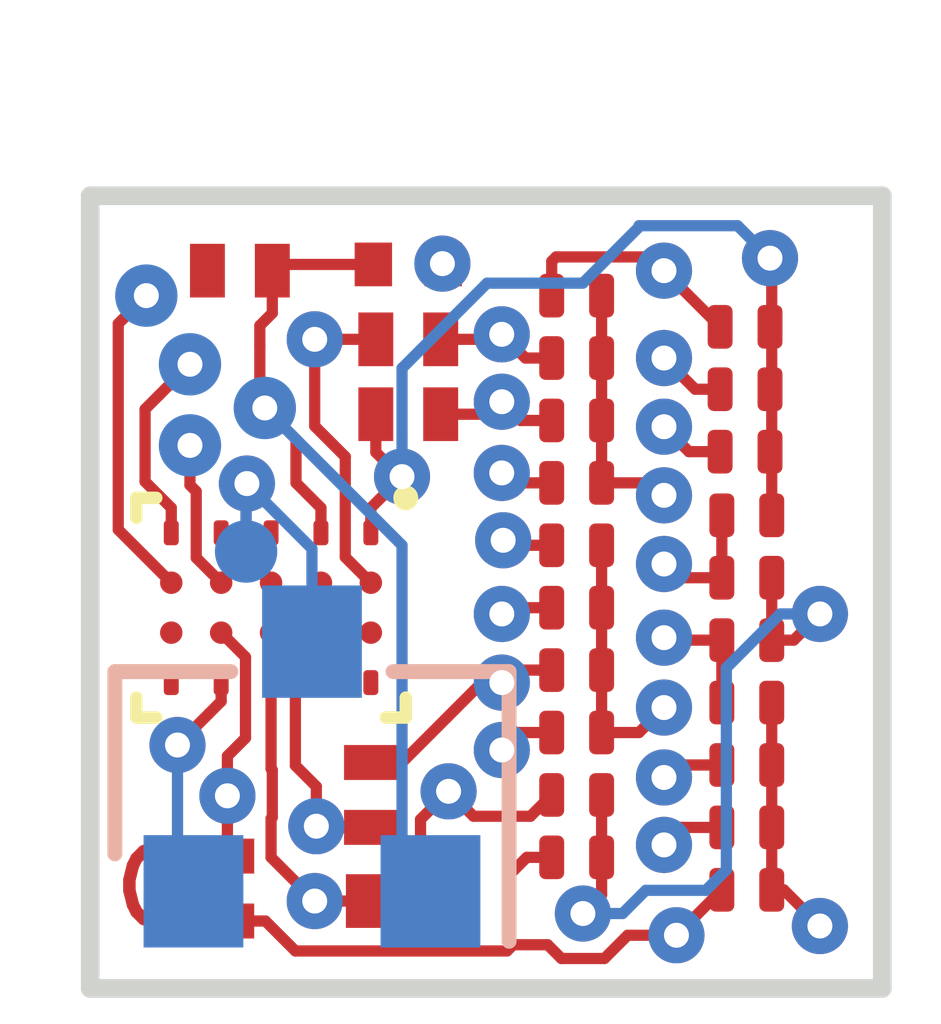
<source format=kicad_pcb>
(kicad_pcb (version 20171130) (host pcbnew "(5.0.0)")

  (general
    (thickness 0.8)
    (drawings 6)
    (tracks 284)
    (zones 0)
    (modules 34)
    (nets 27)
  )

  (page A4)
  (layers
    (0 F.Cu signal)
    (1 In1.Cu signal)
    (2 In2.Cu signal)
    (31 B.Cu signal)
    (32 B.Adhes user)
    (33 F.Adhes user)
    (34 B.Paste user)
    (35 F.Paste user)
    (36 B.SilkS user)
    (37 F.SilkS user)
    (38 B.Mask user)
    (39 F.Mask user)
    (40 Dwgs.User user)
    (41 Cmts.User user)
    (42 Eco1.User user)
    (43 Eco2.User user)
    (44 Edge.Cuts user)
    (45 Margin user)
    (46 B.CrtYd user hide)
    (47 F.CrtYd user hide)
    (48 B.Fab user)
    (49 F.Fab user hide)
  )

  (setup
    (last_trace_width 0.09)
    (trace_clearance 0.09)
    (zone_clearance 0.15)
    (zone_45_only yes)
    (trace_min 0.09)
    (segment_width 0.2)
    (edge_width 0.15)
    (via_size 0.45)
    (via_drill 0.2)
    (via_min_size 0.45)
    (via_min_drill 0.2)
    (user_via 0.45 0.2)
    (uvia_size 0.3)
    (uvia_drill 0.1)
    (uvias_allowed no)
    (uvia_min_size 0.2)
    (uvia_min_drill 0.1)
    (pcb_text_width 0.3)
    (pcb_text_size 1.5 1.5)
    (mod_edge_width 0.15)
    (mod_text_size 0 0)
    (mod_text_width 0)
    (pad_size 0.5 0.5)
    (pad_drill 0)
    (pad_to_mask_clearance 0.03)
    (aux_axis_origin 0 0)
    (grid_origin 151.13 99.314)
    (visible_elements 7FFFFFFF)
    (pcbplotparams
      (layerselection 0x310fc_80000001)
      (usegerberextensions false)
      (usegerberattributes false)
      (usegerberadvancedattributes false)
      (creategerberjobfile false)
      (excludeedgelayer true)
      (linewidth 0.100000)
      (plotframeref false)
      (viasonmask false)
      (mode 1)
      (useauxorigin false)
      (hpglpennumber 1)
      (hpglpenspeed 20)
      (hpglpendiameter 15.000000)
      (psnegative false)
      (psa4output false)
      (plotreference true)
      (plotvalue true)
      (plotinvisibletext false)
      (padsonsilk false)
      (subtractmaskfromsilk false)
      (outputformat 1)
      (mirror false)
      (drillshape 0)
      (scaleselection 1)
      (outputdirectory "gerbers/"))
  )

  (net 0 "")
  (net 1 GND)
  (net 2 +3V3)
  (net 3 CRESET)
  (net 4 HALL_EFFECT)
  (net 5 "Net-(U1-PadE4)")
  (net 6 "Net-(U1-PadB4)")
  (net 7 "Net-(U1-PadA4)")
  (net 8 "Net-(U1-PadE3)")
  (net 9 "Net-(U1-PadB3)")
  (net 10 "Net-(U1-PadA3)")
  (net 11 "Net-(U1-PadB2)")
  (net 12 "Net-(U1-PadD1)")
  (net 13 "Net-(U1-PadC1)")
  (net 14 "Net-(D1-Pad1)")
  (net 15 "Net-(D15-Pad1)")
  (net 16 "Net-(D11-Pad1)")
  (net 17 "Net-(D12-Pad1)")
  (net 18 "Net-(D13-Pad1)")
  (net 19 /LED_4)
  (net 20 /LED_3)
  (net 21 /LED_2)
  (net 22 /LED_1)
  (net 23 /LED_0)
  (net 24 /RESET)
  (net 25 /SWCLK)
  (net 26 /SWDIO)

  (net_class Default "This is the default net class."
    (clearance 0.09)
    (trace_width 0.09)
    (via_dia 0.45)
    (via_drill 0.2)
    (uvia_dia 0.3)
    (uvia_drill 0.1)
    (add_net +3V3)
    (add_net /LED_0)
    (add_net /LED_1)
    (add_net /LED_2)
    (add_net /LED_3)
    (add_net /LED_4)
    (add_net /RESET)
    (add_net /SWCLK)
    (add_net /SWDIO)
    (add_net CRESET)
    (add_net GND)
    (add_net HALL_EFFECT)
    (add_net "Net-(D1-Pad1)")
    (add_net "Net-(D11-Pad1)")
    (add_net "Net-(D12-Pad1)")
    (add_net "Net-(D13-Pad1)")
    (add_net "Net-(D15-Pad1)")
    (add_net "Net-(U1-PadA3)")
    (add_net "Net-(U1-PadA4)")
    (add_net "Net-(U1-PadB2)")
    (add_net "Net-(U1-PadB3)")
    (add_net "Net-(U1-PadB4)")
    (add_net "Net-(U1-PadC1)")
    (add_net "Net-(U1-PadD1)")
    (add_net "Net-(U1-PadE3)")
    (add_net "Net-(U1-PadE4)")
  )

  (module ppPOV:0201_led (layer F.Cu) (tedit 5B9A437F) (tstamp 5B9CD2FD)
    (at 155.03 103.114)
    (descr "Capacitor SMD 0402, reflow soldering, AVX (see smccp.pdf)")
    (tags "capacitor 0402")
    (path /5B9F24D5)
    (attr smd)
    (fp_text reference D4 (at 0 -1.27) (layer F.SilkS)
      (effects (font (size 0 0)))
    )
    (fp_text value LED (at 0 1.27) (layer F.Fab)
      (effects (font (size 0 0)))
    )
    (fp_text user %R (at 0 -1.27) (layer F.Fab)
      (effects (font (size 1 1) (thickness 0.15)))
    )
    (fp_line (start -0.3 0.15) (end -0.3 -0.15) (layer F.Fab) (width 0.1))
    (fp_line (start 0.3 0.15) (end -0.3 0.15) (layer F.Fab) (width 0.1))
    (fp_line (start 0.3 -0.15) (end 0.3 0.15) (layer F.Fab) (width 0.1))
    (fp_line (start -0.3 -0.15) (end 0.3 -0.15) (layer F.Fab) (width 0.1))
    (fp_line (start -0.375 -0.2) (end 0.375 -0.2) (layer F.CrtYd) (width 0.05))
    (fp_line (start -0.375 -0.2) (end -0.375 0.2) (layer F.CrtYd) (width 0.05))
    (fp_line (start 0.375 0.2) (end 0.375 -0.2) (layer F.CrtYd) (width 0.05))
    (fp_line (start 0.375 0.2) (end -0.375 0.2) (layer F.CrtYd) (width 0.05))
    (pad 2 smd roundrect (at 0.2 0) (size 0.2 0.35) (layers F.Cu F.Paste F.Mask) (roundrect_rratio 0.25)
      (net 19 /LED_4))
    (pad 1 smd roundrect (at -0.2 0) (size 0.2 0.35) (layers F.Cu F.Paste F.Mask) (roundrect_rratio 0.25)
      (net 17 "Net-(D12-Pad1)"))
    (model Capacitors_SMD.3dshapes/C_0402.wrl
      (at (xyz 0 0 0))
      (scale (xyz 1 1 1))
      (rotate (xyz 0 0 0))
    )
  )

  (module ppPOV:0201_led (layer F.Cu) (tedit 5B9A437F) (tstamp 5B9CD351)
    (at 155.03 101.614)
    (descr "Capacitor SMD 0402, reflow soldering, AVX (see smccp.pdf)")
    (tags "capacitor 0402")
    (path /5B9F24DB)
    (attr smd)
    (fp_text reference D8 (at 0 -1.27) (layer F.SilkS)
      (effects (font (size 0 0)))
    )
    (fp_text value LED (at 0 1.27) (layer F.Fab)
      (effects (font (size 0 0)))
    )
    (fp_text user %R (at 0 -1.27) (layer F.Fab)
      (effects (font (size 1 1) (thickness 0.15)))
    )
    (fp_line (start -0.3 0.15) (end -0.3 -0.15) (layer F.Fab) (width 0.1))
    (fp_line (start 0.3 0.15) (end -0.3 0.15) (layer F.Fab) (width 0.1))
    (fp_line (start 0.3 -0.15) (end 0.3 0.15) (layer F.Fab) (width 0.1))
    (fp_line (start -0.3 -0.15) (end 0.3 -0.15) (layer F.Fab) (width 0.1))
    (fp_line (start -0.375 -0.2) (end 0.375 -0.2) (layer F.CrtYd) (width 0.05))
    (fp_line (start -0.375 -0.2) (end -0.375 0.2) (layer F.CrtYd) (width 0.05))
    (fp_line (start 0.375 0.2) (end 0.375 -0.2) (layer F.CrtYd) (width 0.05))
    (fp_line (start 0.375 0.2) (end -0.375 0.2) (layer F.CrtYd) (width 0.05))
    (pad 2 smd roundrect (at 0.2 0) (size 0.2 0.35) (layers F.Cu F.Paste F.Mask) (roundrect_rratio 0.25)
      (net 20 /LED_3))
    (pad 1 smd roundrect (at -0.2 0) (size 0.2 0.35) (layers F.Cu F.Paste F.Mask) (roundrect_rratio 0.25)
      (net 17 "Net-(D12-Pad1)"))
    (model Capacitors_SMD.3dshapes/C_0402.wrl
      (at (xyz 0 0 0))
      (scale (xyz 1 1 1))
      (rotate (xyz 0 0 0))
    )
  )

  (module ppPOV:0201_led (layer F.Cu) (tedit 5B9A437F) (tstamp 5B9CD343)
    (at 155.03 101.114001)
    (descr "Capacitor SMD 0402, reflow soldering, AVX (see smccp.pdf)")
    (tags "capacitor 0402")
    (path /5B9F1E09)
    (attr smd)
    (fp_text reference D7 (at 0 -1.27) (layer F.SilkS)
      (effects (font (size 0 0)))
    )
    (fp_text value LED (at 0 1.27) (layer F.Fab)
      (effects (font (size 0 0)))
    )
    (fp_line (start 0.375 0.2) (end -0.375 0.2) (layer F.CrtYd) (width 0.05))
    (fp_line (start 0.375 0.2) (end 0.375 -0.2) (layer F.CrtYd) (width 0.05))
    (fp_line (start -0.375 -0.2) (end -0.375 0.2) (layer F.CrtYd) (width 0.05))
    (fp_line (start -0.375 -0.2) (end 0.375 -0.2) (layer F.CrtYd) (width 0.05))
    (fp_line (start -0.3 -0.15) (end 0.3 -0.15) (layer F.Fab) (width 0.1))
    (fp_line (start 0.3 -0.15) (end 0.3 0.15) (layer F.Fab) (width 0.1))
    (fp_line (start 0.3 0.15) (end -0.3 0.15) (layer F.Fab) (width 0.1))
    (fp_line (start -0.3 0.15) (end -0.3 -0.15) (layer F.Fab) (width 0.1))
    (fp_text user %R (at 0 -1.27) (layer F.Fab)
      (effects (font (size 1 1) (thickness 0.15)))
    )
    (pad 1 smd roundrect (at -0.2 0) (size 0.2 0.35) (layers F.Cu F.Paste F.Mask) (roundrect_rratio 0.25)
      (net 16 "Net-(D11-Pad1)"))
    (pad 2 smd roundrect (at 0.2 0) (size 0.2 0.35) (layers F.Cu F.Paste F.Mask) (roundrect_rratio 0.25)
      (net 20 /LED_3))
    (model Capacitors_SMD.3dshapes/C_0402.wrl
      (at (xyz 0 0 0))
      (scale (xyz 1 1 1))
      (rotate (xyz 0 0 0))
    )
  )

  (module ppPOV:0201_led (layer F.Cu) (tedit 5B9A437F) (tstamp 5B9CD335)
    (at 155.03 100.114)
    (descr "Capacitor SMD 0402, reflow soldering, AVX (see smccp.pdf)")
    (tags "capacitor 0402")
    (path /5B9F1E0F)
    (attr smd)
    (fp_text reference D5 (at 0 -1.27) (layer F.SilkS)
      (effects (font (size 0 0)))
    )
    (fp_text value LED (at 0 1.27) (layer F.Fab)
      (effects (font (size 0 0)))
    )
    (fp_line (start 0.375 0.2) (end -0.375 0.2) (layer F.CrtYd) (width 0.05))
    (fp_line (start 0.375 0.2) (end 0.375 -0.2) (layer F.CrtYd) (width 0.05))
    (fp_line (start -0.375 -0.2) (end -0.375 0.2) (layer F.CrtYd) (width 0.05))
    (fp_line (start -0.375 -0.2) (end 0.375 -0.2) (layer F.CrtYd) (width 0.05))
    (fp_line (start -0.3 -0.15) (end 0.3 -0.15) (layer F.Fab) (width 0.1))
    (fp_line (start 0.3 -0.15) (end 0.3 0.15) (layer F.Fab) (width 0.1))
    (fp_line (start 0.3 0.15) (end -0.3 0.15) (layer F.Fab) (width 0.1))
    (fp_line (start -0.3 0.15) (end -0.3 -0.15) (layer F.Fab) (width 0.1))
    (fp_text user %R (at 0 -1.27) (layer F.Fab)
      (effects (font (size 1 1) (thickness 0.15)))
    )
    (pad 1 smd roundrect (at -0.2 0) (size 0.2 0.35) (layers F.Cu F.Paste F.Mask) (roundrect_rratio 0.25)
      (net 18 "Net-(D13-Pad1)"))
    (pad 2 smd roundrect (at 0.2 0) (size 0.2 0.35) (layers F.Cu F.Paste F.Mask) (roundrect_rratio 0.25)
      (net 20 /LED_3))
    (model Capacitors_SMD.3dshapes/C_0402.wrl
      (at (xyz 0 0 0))
      (scale (xyz 1 1 1))
      (rotate (xyz 0 0 0))
    )
  )

  (module ppPOV:0201_led (layer F.Cu) (tedit 5B9A437F) (tstamp 5B9CD327)
    (at 155.03 103.614)
    (descr "Capacitor SMD 0402, reflow soldering, AVX (see smccp.pdf)")
    (tags "capacitor 0402")
    (path /5B9E91A0)
    (attr smd)
    (fp_text reference D3 (at 0 -1.3) (layer F.SilkS)
      (effects (font (size 0 0)))
    )
    (fp_text value LED (at 0 1.27) (layer F.Fab)
      (effects (font (size 0 0)))
    )
    (fp_line (start 0.375 0.2) (end -0.375 0.2) (layer F.CrtYd) (width 0.05))
    (fp_line (start 0.375 0.2) (end 0.375 -0.2) (layer F.CrtYd) (width 0.05))
    (fp_line (start -0.375 -0.2) (end -0.375 0.2) (layer F.CrtYd) (width 0.05))
    (fp_line (start -0.375 -0.2) (end 0.375 -0.2) (layer F.CrtYd) (width 0.05))
    (fp_line (start -0.3 -0.15) (end 0.3 -0.15) (layer F.Fab) (width 0.1))
    (fp_line (start 0.3 -0.15) (end 0.3 0.15) (layer F.Fab) (width 0.1))
    (fp_line (start 0.3 0.15) (end -0.3 0.15) (layer F.Fab) (width 0.1))
    (fp_line (start -0.3 0.15) (end -0.3 -0.15) (layer F.Fab) (width 0.1))
    (fp_text user %R (at 0 -1.27) (layer F.Fab)
      (effects (font (size 1 1) (thickness 0.15)))
    )
    (pad 1 smd roundrect (at -0.2 0) (size 0.2 0.35) (layers F.Cu F.Paste F.Mask) (roundrect_rratio 0.25)
      (net 16 "Net-(D11-Pad1)"))
    (pad 2 smd roundrect (at 0.2 0) (size 0.2 0.35) (layers F.Cu F.Paste F.Mask) (roundrect_rratio 0.25)
      (net 19 /LED_4))
    (model Capacitors_SMD.3dshapes/C_0402.wrl
      (at (xyz 0 0 0))
      (scale (xyz 1 1 1))
      (rotate (xyz 0 0 0))
    )
  )

  (module ppPOV:0201_led (layer F.Cu) (tedit 5B9A437F) (tstamp 5B9CD319)
    (at 155.03 102.614)
    (descr "Capacitor SMD 0402, reflow soldering, AVX (see smccp.pdf)")
    (tags "capacitor 0402")
    (path /5B9E9090)
    (attr smd)
    (fp_text reference D1 (at 0 -1.27) (layer F.SilkS)
      (effects (font (size 0 0)))
    )
    (fp_text value LED (at 0 1.27) (layer F.Fab)
      (effects (font (size 0 0)))
    )
    (fp_line (start 0.375 0.2) (end -0.375 0.2) (layer F.CrtYd) (width 0.05))
    (fp_line (start 0.375 0.2) (end 0.375 -0.2) (layer F.CrtYd) (width 0.05))
    (fp_line (start -0.375 -0.2) (end -0.375 0.2) (layer F.CrtYd) (width 0.05))
    (fp_line (start -0.375 -0.2) (end 0.375 -0.2) (layer F.CrtYd) (width 0.05))
    (fp_line (start -0.3 -0.15) (end 0.3 -0.15) (layer F.Fab) (width 0.1))
    (fp_line (start 0.3 -0.15) (end 0.3 0.15) (layer F.Fab) (width 0.1))
    (fp_line (start 0.3 0.15) (end -0.3 0.15) (layer F.Fab) (width 0.1))
    (fp_line (start -0.3 0.15) (end -0.3 -0.15) (layer F.Fab) (width 0.1))
    (fp_text user %R (at 0 -1.27) (layer F.Fab)
      (effects (font (size 1 1) (thickness 0.15)))
    )
    (pad 1 smd roundrect (at -0.2 0) (size 0.2 0.35) (layers F.Cu F.Paste F.Mask) (roundrect_rratio 0.25)
      (net 14 "Net-(D1-Pad1)"))
    (pad 2 smd roundrect (at 0.2 0) (size 0.2 0.35) (layers F.Cu F.Paste F.Mask) (roundrect_rratio 0.25)
      (net 19 /LED_4))
    (model Capacitors_SMD.3dshapes/C_0402.wrl
      (at (xyz 0 0 0))
      (scale (xyz 1 1 1))
      (rotate (xyz 0 0 0))
    )
  )

  (module ppPOV:0201_led (layer F.Cu) (tedit 5B9A437F) (tstamp 5B9CD30B)
    (at 155.03 102.114)
    (descr "Capacitor SMD 0402, reflow soldering, AVX (see smccp.pdf)")
    (tags "capacitor 0402")
    (path /5B9E90DE)
    (attr smd)
    (fp_text reference D2 (at 0 -1.27) (layer F.SilkS)
      (effects (font (size 0 0)))
    )
    (fp_text value LED (at 0 1.27) (layer F.Fab)
      (effects (font (size 0 0)))
    )
    (fp_text user %R (at 0 -1.27) (layer F.Fab)
      (effects (font (size 1 1) (thickness 0.15)))
    )
    (fp_line (start -0.3 0.15) (end -0.3 -0.15) (layer F.Fab) (width 0.1))
    (fp_line (start 0.3 0.15) (end -0.3 0.15) (layer F.Fab) (width 0.1))
    (fp_line (start 0.3 -0.15) (end 0.3 0.15) (layer F.Fab) (width 0.1))
    (fp_line (start -0.3 -0.15) (end 0.3 -0.15) (layer F.Fab) (width 0.1))
    (fp_line (start -0.375 -0.2) (end 0.375 -0.2) (layer F.CrtYd) (width 0.05))
    (fp_line (start -0.375 -0.2) (end -0.375 0.2) (layer F.CrtYd) (width 0.05))
    (fp_line (start 0.375 0.2) (end 0.375 -0.2) (layer F.CrtYd) (width 0.05))
    (fp_line (start 0.375 0.2) (end -0.375 0.2) (layer F.CrtYd) (width 0.05))
    (pad 2 smd roundrect (at 0.2 0) (size 0.2 0.35) (layers F.Cu F.Paste F.Mask) (roundrect_rratio 0.25)
      (net 19 /LED_4))
    (pad 1 smd roundrect (at -0.2 0) (size 0.2 0.35) (layers F.Cu F.Paste F.Mask) (roundrect_rratio 0.25)
      (net 15 "Net-(D15-Pad1)"))
    (model Capacitors_SMD.3dshapes/C_0402.wrl
      (at (xyz 0 0 0))
      (scale (xyz 1 1 1))
      (rotate (xyz 0 0 0))
    )
  )

  (module ppPOV:0201_led (layer F.Cu) (tedit 5B9A437F) (tstamp 5B9CD2EF)
    (at 155.03 104.114)
    (descr "Capacitor SMD 0402, reflow soldering, AVX (see smccp.pdf)")
    (tags "capacitor 0402")
    (path /5B9F39E2)
    (attr smd)
    (fp_text reference D10 (at 0 -1.27) (layer F.SilkS)
      (effects (font (size 0 0)))
    )
    (fp_text value LED (at 0 1.27) (layer F.Fab)
      (effects (font (size 0 0)))
    )
    (fp_text user %R (at 0 -1.27) (layer F.Fab)
      (effects (font (size 1 1) (thickness 0.15)))
    )
    (fp_line (start -0.3 0.15) (end -0.3 -0.15) (layer F.Fab) (width 0.1))
    (fp_line (start 0.3 0.15) (end -0.3 0.15) (layer F.Fab) (width 0.1))
    (fp_line (start 0.3 -0.15) (end 0.3 0.15) (layer F.Fab) (width 0.1))
    (fp_line (start -0.3 -0.15) (end 0.3 -0.15) (layer F.Fab) (width 0.1))
    (fp_line (start -0.375 -0.2) (end 0.375 -0.2) (layer F.CrtYd) (width 0.05))
    (fp_line (start -0.375 -0.2) (end -0.375 0.2) (layer F.CrtYd) (width 0.05))
    (fp_line (start 0.375 0.2) (end 0.375 -0.2) (layer F.CrtYd) (width 0.05))
    (fp_line (start 0.375 0.2) (end -0.375 0.2) (layer F.CrtYd) (width 0.05))
    (pad 2 smd roundrect (at 0.2 0) (size 0.2 0.35) (layers F.Cu F.Paste F.Mask) (roundrect_rratio 0.25)
      (net 21 /LED_2))
    (pad 1 smd roundrect (at -0.2 0) (size 0.2 0.35) (layers F.Cu F.Paste F.Mask) (roundrect_rratio 0.25)
      (net 14 "Net-(D1-Pad1)"))
    (model Capacitors_SMD.3dshapes/C_0402.wrl
      (at (xyz 0 0 0))
      (scale (xyz 1 1 1))
      (rotate (xyz 0 0 0))
    )
  )

  (module ppPOV:0201_led (layer F.Cu) (tedit 5B9A437F) (tstamp 5B9CD2E1)
    (at 155.03 100.614)
    (descr "Capacitor SMD 0402, reflow soldering, AVX (see smccp.pdf)")
    (tags "capacitor 0402")
    (path /5B9F1E03)
    (attr smd)
    (fp_text reference D6 (at 0 -1.27) (layer F.SilkS)
      (effects (font (size 0 0)))
    )
    (fp_text value LED (at 0 1.27) (layer F.Fab)
      (effects (font (size 0 0)))
    )
    (fp_text user %R (at 0 -1.27) (layer F.Fab)
      (effects (font (size 1 1) (thickness 0.15)))
    )
    (fp_line (start -0.3 0.15) (end -0.3 -0.15) (layer F.Fab) (width 0.1))
    (fp_line (start 0.3 0.15) (end -0.3 0.15) (layer F.Fab) (width 0.1))
    (fp_line (start 0.3 -0.15) (end 0.3 0.15) (layer F.Fab) (width 0.1))
    (fp_line (start -0.3 -0.15) (end 0.3 -0.15) (layer F.Fab) (width 0.1))
    (fp_line (start -0.375 -0.2) (end 0.375 -0.2) (layer F.CrtYd) (width 0.05))
    (fp_line (start -0.375 -0.2) (end -0.375 0.2) (layer F.CrtYd) (width 0.05))
    (fp_line (start 0.375 0.2) (end 0.375 -0.2) (layer F.CrtYd) (width 0.05))
    (fp_line (start 0.375 0.2) (end -0.375 0.2) (layer F.CrtYd) (width 0.05))
    (pad 2 smd roundrect (at 0.2 0) (size 0.2 0.35) (layers F.Cu F.Paste F.Mask) (roundrect_rratio 0.25)
      (net 20 /LED_3))
    (pad 1 smd roundrect (at -0.2 0) (size 0.2 0.35) (layers F.Cu F.Paste F.Mask) (roundrect_rratio 0.25)
      (net 15 "Net-(D15-Pad1)"))
    (model Capacitors_SMD.3dshapes/C_0402.wrl
      (at (xyz 0 0 0))
      (scale (xyz 1 1 1))
      (rotate (xyz 0 0 0))
    )
  )

  (module ppPOV:0201_led (layer F.Cu) (tedit 5B9A437F) (tstamp 5B9CD2D3)
    (at 155.03 104.614)
    (descr "Capacitor SMD 0402, reflow soldering, AVX (see smccp.pdf)")
    (tags "capacitor 0402")
    (path /5B9F39F4)
    (attr smd)
    (fp_text reference D9 (at 0 -1.27) (layer F.SilkS)
      (effects (font (size 0 0)))
    )
    (fp_text value LED (at 0 1.27) (layer F.Fab)
      (effects (font (size 0 0)))
    )
    (fp_line (start 0.375 0.2) (end -0.375 0.2) (layer F.CrtYd) (width 0.05))
    (fp_line (start 0.375 0.2) (end 0.375 -0.2) (layer F.CrtYd) (width 0.05))
    (fp_line (start -0.375 -0.2) (end -0.375 0.2) (layer F.CrtYd) (width 0.05))
    (fp_line (start -0.375 -0.2) (end 0.375 -0.2) (layer F.CrtYd) (width 0.05))
    (fp_line (start -0.3 -0.15) (end 0.3 -0.15) (layer F.Fab) (width 0.1))
    (fp_line (start 0.3 -0.15) (end 0.3 0.15) (layer F.Fab) (width 0.1))
    (fp_line (start 0.3 0.15) (end -0.3 0.15) (layer F.Fab) (width 0.1))
    (fp_line (start -0.3 0.15) (end -0.3 -0.15) (layer F.Fab) (width 0.1))
    (fp_text user %R (at 0 -1.27) (layer F.Fab)
      (effects (font (size 1 1) (thickness 0.15)))
    )
    (pad 1 smd roundrect (at -0.2 0) (size 0.2 0.35) (layers F.Cu F.Paste F.Mask) (roundrect_rratio 0.25)
      (net 18 "Net-(D13-Pad1)"))
    (pad 2 smd roundrect (at 0.2 0) (size 0.2 0.35) (layers F.Cu F.Paste F.Mask) (roundrect_rratio 0.25)
      (net 21 /LED_2))
    (model Capacitors_SMD.3dshapes/C_0402.wrl
      (at (xyz 0 0 0))
      (scale (xyz 1 1 1))
      (rotate (xyz 0 0 0))
    )
  )

  (module ppPOV:WLCSP-20_1.93x2.43mm_Pitch0.4mm (layer F.Cu) (tedit 5B9CAC5D) (tstamp 5B9CC597)
    (at 152.58 102.614 270)
    (descr "WLCSP 12 1.56x1.56 https://ae-bst.resource.bosch.com/media/_tech/media/datasheets/BST-BMM150-DS001-01.pdf")
    (tags "BMM150 WLCSP")
    (path /5B9D3811)
    (attr smd)
    (fp_text reference U1 (at 0 -2 270) (layer F.SilkS)
      (effects (font (size 0 0)))
    )
    (fp_text value ATSAMD11D14A-UUT (at 0 2 270) (layer F.Fab)
      (effects (font (size 0 0)))
    )
    (fp_line (start -1.025 -1.225) (end 1.025 -1.225) (layer F.CrtYd) (width 0.05))
    (fp_line (start -1.025 1.25) (end 1.025 1.25) (layer F.CrtYd) (width 0.05))
    (fp_line (start -1.025 -1.225) (end -1.025 1.25) (layer F.CrtYd) (width 0.05))
    (fp_text user %R (at 0 -0.2 270) (layer F.Fab)
      (effects (font (size 0.3 0.3) (thickness 0.045)))
    )
    (fp_circle (center -0.88 -1.08) (end -0.83 -1.08) (layer F.SilkS) (width 0.1))
    (fp_line (start -0.88 1.08) (end -0.88 0.92) (layer F.SilkS) (width 0.1))
    (fp_line (start -0.775 -0.6) (end -0.4 -0.975) (layer F.Fab) (width 0.1))
    (fp_line (start -0.4 -0.975) (end 0.775 -0.975) (layer F.Fab) (width 0.1))
    (fp_line (start 0.775 0.975) (end -0.775 0.975) (layer F.Fab) (width 0.1))
    (fp_line (start 0.775 0.975) (end 0.775 -0.975) (layer F.Fab) (width 0.1))
    (fp_line (start -0.775 0.975) (end -0.775 -0.6) (layer F.Fab) (width 0.1))
    (fp_line (start -0.88 1.08) (end -0.72 1.08) (layer F.SilkS) (width 0.1))
    (fp_line (start 0.88 1.08) (end 0.88 0.92) (layer F.SilkS) (width 0.1))
    (fp_line (start 0.88 1.08) (end 0.72 1.08) (layer F.SilkS) (width 0.1))
    (fp_line (start 0.88 -1.08) (end 0.88 -0.92) (layer F.SilkS) (width 0.1))
    (fp_line (start 0.88 -1.08) (end 0.72 -1.08) (layer F.SilkS) (width 0.1))
    (fp_line (start 1.025 -1.225) (end 1.025 1.25) (layer F.CrtYd) (width 0.05))
    (pad E4 smd roundrect (at 0.6 0.8 270) (size 0.2 0.12) (layers F.Cu F.Mask) (roundrect_rratio 0.25)
      (net 5 "Net-(U1-PadE4)") (solder_mask_margin 0.012))
    (pad D4 smd roundrect (at 0.6 0.4 270) (size 0.2 0.12) (layers F.Cu F.Mask) (roundrect_rratio 0.25)
      (net 4 HALL_EFFECT) (solder_mask_margin 0.012))
    (pad C4 smd roundrect (at 0.6 0 270) (size 0.2 0.12) (layers F.Cu F.Mask) (roundrect_rratio 0.25)
      (net 20 /LED_3) (solder_mask_margin 0.012))
    (pad B4 smd roundrect (at 0.6 -0.4 270) (size 0.2 0.12) (layers F.Cu F.Mask) (roundrect_rratio 0.25)
      (net 6 "Net-(U1-PadB4)") (solder_mask_margin 0.012))
    (pad A4 smd roundrect (at 0.6 -0.8 270) (size 0.2 0.12) (layers F.Cu F.Mask) (roundrect_rratio 0.25)
      (net 7 "Net-(U1-PadA4)") (solder_mask_margin 0.012))
    (pad E3 smd circle (at 0.2 0.8 270) (size 0.18 0.18) (layers F.Cu F.Mask)
      (net 8 "Net-(U1-PadE3)") (solder_mask_margin 0.012))
    (pad D3 smd circle (at 0.2 0.4 270) (size 0.18 0.18) (layers F.Cu F.Mask)
      (net 19 /LED_4) (solder_mask_margin 0.012))
    (pad C3 smd circle (at 0.2 0 270) (size 0.18 0.18) (layers F.Cu F.Mask)
      (net 23 /LED_0) (solder_mask_margin 0.012))
    (pad B3 smd circle (at 0.2 -0.4 270) (size 0.18 0.18) (layers F.Cu F.Mask)
      (net 9 "Net-(U1-PadB3)") (solder_mask_margin 0.012))
    (pad A3 smd circle (at 0.2 -0.8 270) (size 0.18 0.18) (layers F.Cu F.Mask)
      (net 10 "Net-(U1-PadA3)") (solder_mask_margin 0.012))
    (pad E2 smd circle (at -0.2 0.8 270) (size 0.18 0.18) (layers F.Cu F.Mask)
      (net 24 /RESET) (solder_mask_margin 0.012))
    (pad D2 smd circle (at -0.2 0.4 270) (size 0.18 0.18) (layers F.Cu F.Mask)
      (net 25 /SWCLK) (solder_mask_margin 0.012))
    (pad C2 smd circle (at -0.2 0 270) (size 0.18 0.18) (layers F.Cu F.Mask)
      (net 1 GND) (solder_mask_margin 0.012))
    (pad B2 smd circle (at -0.2 -0.4 270) (size 0.18 0.18) (layers F.Cu F.Mask)
      (net 11 "Net-(U1-PadB2)") (solder_mask_margin 0.012))
    (pad A2 smd circle (at -0.2 -0.8 270) (size 0.18 0.18) (layers F.Cu F.Mask)
      (net 21 /LED_2) (solder_mask_margin 0.012))
    (pad E1 smd roundrect (at -0.6 0.8 270) (size 0.2 0.12) (layers F.Cu F.Mask) (roundrect_rratio 0.25)
      (net 26 /SWDIO) (solder_mask_margin 0.012))
    (pad D1 smd roundrect (at -0.6 0.4 270) (size 0.2 0.12) (layers F.Cu F.Mask) (roundrect_rratio 0.25)
      (net 12 "Net-(U1-PadD1)") (solder_mask_margin 0.012))
    (pad C1 smd roundrect (at -0.6 0 270) (size 0.2 0.12) (layers F.Cu F.Mask) (roundrect_rratio 0.25)
      (net 13 "Net-(U1-PadC1)") (solder_mask_margin 0.012))
    (pad B1 smd roundrect (at -0.6 -0.4 270) (size 0.2 0.12) (layers F.Cu F.Mask) (roundrect_rratio 0.25)
      (net 2 +3V3) (solder_mask_margin 0.012))
    (pad A1 smd roundrect (at -0.6 -0.8 270) (size 0.2 0.12) (layers F.Cu F.Mask) (roundrect_rratio 0.25)
      (net 22 /LED_1) (solder_mask_margin 0.012))
    (model ${KISYS3DMOD}/Housings_CSP.3dshapes/Bosch_WLCSP-12_1.56x1.56mm_Pitch0.4mm.wrl
      (at (xyz 0 0 0))
      (scale (xyz 1 1 1))
      (rotate (xyz 0 0 0))
    )
  )

  (module TO_SOT_Packages_SMD:SOT-23 (layer B.Cu) (tedit 58CE4E7E) (tstamp 5B9CC226)
    (at 152.908 103.886 90)
    (descr "SOT-23, Standard")
    (tags SOT-23)
    (path /5BDED9D3)
    (attr smd)
    (fp_text reference U4 (at 0 2.5 90) (layer B.SilkS)
      (effects (font (size 0 0)) (justify mirror))
    )
    (fp_text value DRV5023 (at 0 -2.5 90) (layer B.Fab)
      (effects (font (size 0 0)) (justify mirror))
    )
    (fp_line (start 0.76 -1.58) (end -0.7 -1.58) (layer B.SilkS) (width 0.12))
    (fp_line (start 0.76 1.58) (end -1.4 1.58) (layer B.SilkS) (width 0.12))
    (fp_line (start -1.7 -1.75) (end -1.7 1.75) (layer B.CrtYd) (width 0.05))
    (fp_line (start 1.7 -1.75) (end -1.7 -1.75) (layer B.CrtYd) (width 0.05))
    (fp_line (start 1.7 1.75) (end 1.7 -1.75) (layer B.CrtYd) (width 0.05))
    (fp_line (start -1.7 1.75) (end 1.7 1.75) (layer B.CrtYd) (width 0.05))
    (fp_line (start 0.76 1.58) (end 0.76 0.65) (layer B.SilkS) (width 0.12))
    (fp_line (start 0.76 -1.58) (end 0.76 -0.65) (layer B.SilkS) (width 0.12))
    (fp_line (start -0.7 -1.52) (end 0.7 -1.52) (layer B.Fab) (width 0.1))
    (fp_line (start 0.7 1.52) (end 0.7 -1.52) (layer B.Fab) (width 0.1))
    (fp_line (start -0.7 0.95) (end -0.15 1.52) (layer B.Fab) (width 0.1))
    (fp_line (start -0.15 1.52) (end 0.7 1.52) (layer B.Fab) (width 0.1))
    (fp_line (start -0.7 0.95) (end -0.7 -1.5) (layer B.Fab) (width 0.1))
    (fp_text user %R (at 0 0) (layer B.Fab)
      (effects (font (size 0.5 0.5) (thickness 0.075)) (justify mirror))
    )
    (pad 3 smd rect (at 1 0 90) (size 0.9 0.8) (layers B.Cu B.Paste B.Mask)
      (net 1 GND))
    (pad 2 smd rect (at -1 -0.95 90) (size 0.9 0.8) (layers B.Cu B.Paste B.Mask)
      (net 4 HALL_EFFECT))
    (pad 1 smd rect (at -1 0.95 90) (size 0.9 0.8) (layers B.Cu B.Paste B.Mask)
      (net 2 +3V3))
    (model ${KISYS3DMOD}/TO_SOT_Packages_SMD.3dshapes/SOT-23.wrl
      (at (xyz 0 0 0))
      (scale (xyz 1 1 1))
      (rotate (xyz 0 0 0))
    )
  )

  (module ppPOV:0201_led (layer F.Cu) (tedit 5B9A437F) (tstamp 5B9CDD72)
    (at 156.394 102.874)
    (descr "Capacitor SMD 0402, reflow soldering, AVX (see smccp.pdf)")
    (tags "capacitor 0402")
    (path /5B9F39EE)
    (attr smd)
    (fp_text reference D11 (at 0 -1.27) (layer F.SilkS)
      (effects (font (size 0 0)))
    )
    (fp_text value LED (at 0 1.27) (layer F.Fab)
      (effects (font (size 0 0)))
    )
    (fp_line (start 0.375 0.2) (end -0.375 0.2) (layer F.CrtYd) (width 0.05))
    (fp_line (start 0.375 0.2) (end 0.375 -0.2) (layer F.CrtYd) (width 0.05))
    (fp_line (start -0.375 -0.2) (end -0.375 0.2) (layer F.CrtYd) (width 0.05))
    (fp_line (start -0.375 -0.2) (end 0.375 -0.2) (layer F.CrtYd) (width 0.05))
    (fp_line (start -0.3 -0.15) (end 0.3 -0.15) (layer F.Fab) (width 0.1))
    (fp_line (start 0.3 -0.15) (end 0.3 0.15) (layer F.Fab) (width 0.1))
    (fp_line (start 0.3 0.15) (end -0.3 0.15) (layer F.Fab) (width 0.1))
    (fp_line (start -0.3 0.15) (end -0.3 -0.15) (layer F.Fab) (width 0.1))
    (fp_text user %R (at 0 -1.27) (layer F.Fab)
      (effects (font (size 1 1) (thickness 0.15)))
    )
    (pad 1 smd roundrect (at -0.2 0) (size 0.2 0.35) (layers F.Cu F.Paste F.Mask) (roundrect_rratio 0.25)
      (net 16 "Net-(D11-Pad1)"))
    (pad 2 smd roundrect (at 0.2 0) (size 0.2 0.35) (layers F.Cu F.Paste F.Mask) (roundrect_rratio 0.25)
      (net 21 /LED_2))
    (model Capacitors_SMD.3dshapes/C_0402.wrl
      (at (xyz 0 0 0))
      (scale (xyz 1 1 1))
      (rotate (xyz 0 0 0))
    )
  )

  (module ppPOV:0201_led (layer F.Cu) (tedit 5B9A437F) (tstamp 5B9CDD81)
    (at 156.394 102.374)
    (descr "Capacitor SMD 0402, reflow soldering, AVX (see smccp.pdf)")
    (tags "capacitor 0402")
    (path /5B9F3A12)
    (attr smd)
    (fp_text reference D12 (at 0 -1.27) (layer F.SilkS)
      (effects (font (size 0 0)))
    )
    (fp_text value LED (at 0 1.27) (layer F.Fab)
      (effects (font (size 0 0)))
    )
    (fp_text user %R (at 0 -1.27) (layer F.Fab)
      (effects (font (size 1 1) (thickness 0.15)))
    )
    (fp_line (start -0.3 0.15) (end -0.3 -0.15) (layer F.Fab) (width 0.1))
    (fp_line (start 0.3 0.15) (end -0.3 0.15) (layer F.Fab) (width 0.1))
    (fp_line (start 0.3 -0.15) (end 0.3 0.15) (layer F.Fab) (width 0.1))
    (fp_line (start -0.3 -0.15) (end 0.3 -0.15) (layer F.Fab) (width 0.1))
    (fp_line (start -0.375 -0.2) (end 0.375 -0.2) (layer F.CrtYd) (width 0.05))
    (fp_line (start -0.375 -0.2) (end -0.375 0.2) (layer F.CrtYd) (width 0.05))
    (fp_line (start 0.375 0.2) (end 0.375 -0.2) (layer F.CrtYd) (width 0.05))
    (fp_line (start 0.375 0.2) (end -0.375 0.2) (layer F.CrtYd) (width 0.05))
    (pad 2 smd roundrect (at 0.2 0) (size 0.2 0.35) (layers F.Cu F.Paste F.Mask) (roundrect_rratio 0.25)
      (net 21 /LED_2))
    (pad 1 smd roundrect (at -0.2 0) (size 0.2 0.35) (layers F.Cu F.Paste F.Mask) (roundrect_rratio 0.25)
      (net 17 "Net-(D12-Pad1)"))
    (model Capacitors_SMD.3dshapes/C_0402.wrl
      (at (xyz 0 0 0))
      (scale (xyz 1 1 1))
      (rotate (xyz 0 0 0))
    )
  )

  (module ppPOV:0201_led (layer F.Cu) (tedit 5B9A437F) (tstamp 5B9CDD90)
    (at 156.38 100.364)
    (descr "Capacitor SMD 0402, reflow soldering, AVX (see smccp.pdf)")
    (tags "capacitor 0402")
    (path /5B9F3A0C)
    (attr smd)
    (fp_text reference D13 (at 0 -1.27) (layer F.SilkS)
      (effects (font (size 0 0)))
    )
    (fp_text value LED (at 0 1.27) (layer F.Fab)
      (effects (font (size 0 0)))
    )
    (fp_text user %R (at 0 -1.27) (layer F.Fab)
      (effects (font (size 1 1) (thickness 0.15)))
    )
    (fp_line (start -0.3 0.15) (end -0.3 -0.15) (layer F.Fab) (width 0.1))
    (fp_line (start 0.3 0.15) (end -0.3 0.15) (layer F.Fab) (width 0.1))
    (fp_line (start 0.3 -0.15) (end 0.3 0.15) (layer F.Fab) (width 0.1))
    (fp_line (start -0.3 -0.15) (end 0.3 -0.15) (layer F.Fab) (width 0.1))
    (fp_line (start -0.375 -0.2) (end 0.375 -0.2) (layer F.CrtYd) (width 0.05))
    (fp_line (start -0.375 -0.2) (end -0.375 0.2) (layer F.CrtYd) (width 0.05))
    (fp_line (start 0.375 0.2) (end 0.375 -0.2) (layer F.CrtYd) (width 0.05))
    (fp_line (start 0.375 0.2) (end -0.375 0.2) (layer F.CrtYd) (width 0.05))
    (pad 2 smd roundrect (at 0.2 0) (size 0.2 0.35) (layers F.Cu F.Paste F.Mask) (roundrect_rratio 0.25)
      (net 22 /LED_1))
    (pad 1 smd roundrect (at -0.2 0) (size 0.2 0.35) (layers F.Cu F.Paste F.Mask) (roundrect_rratio 0.25)
      (net 18 "Net-(D13-Pad1)"))
    (model Capacitors_SMD.3dshapes/C_0402.wrl
      (at (xyz 0 0 0))
      (scale (xyz 1 1 1))
      (rotate (xyz 0 0 0))
    )
  )

  (module ppPOV:0201_led (layer F.Cu) (tedit 5B9A437F) (tstamp 5B9CDD9F)
    (at 156.38 101.364)
    (descr "Capacitor SMD 0402, reflow soldering, AVX (see smccp.pdf)")
    (tags "capacitor 0402")
    (path /5B9F39FA)
    (attr smd)
    (fp_text reference D14 (at 0 -1.27) (layer F.SilkS)
      (effects (font (size 0 0)))
    )
    (fp_text value LED (at 0 1.27) (layer F.Fab)
      (effects (font (size 0 0)))
    )
    (fp_text user %R (at 0 -1.27) (layer F.Fab)
      (effects (font (size 1 1) (thickness 0.15)))
    )
    (fp_line (start -0.3 0.15) (end -0.3 -0.15) (layer F.Fab) (width 0.1))
    (fp_line (start 0.3 0.15) (end -0.3 0.15) (layer F.Fab) (width 0.1))
    (fp_line (start 0.3 -0.15) (end 0.3 0.15) (layer F.Fab) (width 0.1))
    (fp_line (start -0.3 -0.15) (end 0.3 -0.15) (layer F.Fab) (width 0.1))
    (fp_line (start -0.375 -0.2) (end 0.375 -0.2) (layer F.CrtYd) (width 0.05))
    (fp_line (start -0.375 -0.2) (end -0.375 0.2) (layer F.CrtYd) (width 0.05))
    (fp_line (start 0.375 0.2) (end 0.375 -0.2) (layer F.CrtYd) (width 0.05))
    (fp_line (start 0.375 0.2) (end -0.375 0.2) (layer F.CrtYd) (width 0.05))
    (pad 2 smd roundrect (at 0.2 0) (size 0.2 0.35) (layers F.Cu F.Paste F.Mask) (roundrect_rratio 0.25)
      (net 22 /LED_1))
    (pad 1 smd roundrect (at -0.2 0) (size 0.2 0.35) (layers F.Cu F.Paste F.Mask) (roundrect_rratio 0.25)
      (net 14 "Net-(D1-Pad1)"))
    (model Capacitors_SMD.3dshapes/C_0402.wrl
      (at (xyz 0 0 0))
      (scale (xyz 1 1 1))
      (rotate (xyz 0 0 0))
    )
  )

  (module ppPOV:0201_led (layer F.Cu) (tedit 5B9A437F) (tstamp 5B9CDDAE)
    (at 156.38 100.864)
    (descr "Capacitor SMD 0402, reflow soldering, AVX (see smccp.pdf)")
    (tags "capacitor 0402")
    (path /5B9F3A00)
    (attr smd)
    (fp_text reference D15 (at 0 -1.27) (layer F.SilkS)
      (effects (font (size 0 0)))
    )
    (fp_text value LED (at 0 1.27) (layer F.Fab)
      (effects (font (size 0 0)))
    )
    (fp_line (start 0.375 0.2) (end -0.375 0.2) (layer F.CrtYd) (width 0.05))
    (fp_line (start 0.375 0.2) (end 0.375 -0.2) (layer F.CrtYd) (width 0.05))
    (fp_line (start -0.375 -0.2) (end -0.375 0.2) (layer F.CrtYd) (width 0.05))
    (fp_line (start -0.375 -0.2) (end 0.375 -0.2) (layer F.CrtYd) (width 0.05))
    (fp_line (start -0.3 -0.15) (end 0.3 -0.15) (layer F.Fab) (width 0.1))
    (fp_line (start 0.3 -0.15) (end 0.3 0.15) (layer F.Fab) (width 0.1))
    (fp_line (start 0.3 0.15) (end -0.3 0.15) (layer F.Fab) (width 0.1))
    (fp_line (start -0.3 0.15) (end -0.3 -0.15) (layer F.Fab) (width 0.1))
    (fp_text user %R (at 0 -1.27) (layer F.Fab)
      (effects (font (size 1 1) (thickness 0.15)))
    )
    (pad 1 smd roundrect (at -0.2 0) (size 0.2 0.35) (layers F.Cu F.Paste F.Mask) (roundrect_rratio 0.25)
      (net 15 "Net-(D15-Pad1)"))
    (pad 2 smd roundrect (at 0.2 0) (size 0.2 0.35) (layers F.Cu F.Paste F.Mask) (roundrect_rratio 0.25)
      (net 22 /LED_1))
    (model Capacitors_SMD.3dshapes/C_0402.wrl
      (at (xyz 0 0 0))
      (scale (xyz 1 1 1))
      (rotate (xyz 0 0 0))
    )
  )

  (module ppPOV:0201_led (layer F.Cu) (tedit 5B9A437F) (tstamp 5B9CDDBD)
    (at 156.394 101.874)
    (descr "Capacitor SMD 0402, reflow soldering, AVX (see smccp.pdf)")
    (tags "capacitor 0402")
    (path /5B9F3A18)
    (attr smd)
    (fp_text reference D16 (at 0 -1.27) (layer F.SilkS)
      (effects (font (size 0 0)))
    )
    (fp_text value LED (at 0 1.27) (layer F.Fab)
      (effects (font (size 0 0)))
    )
    (fp_line (start 0.375 0.2) (end -0.375 0.2) (layer F.CrtYd) (width 0.05))
    (fp_line (start 0.375 0.2) (end 0.375 -0.2) (layer F.CrtYd) (width 0.05))
    (fp_line (start -0.375 -0.2) (end -0.375 0.2) (layer F.CrtYd) (width 0.05))
    (fp_line (start -0.375 -0.2) (end 0.375 -0.2) (layer F.CrtYd) (width 0.05))
    (fp_line (start -0.3 -0.15) (end 0.3 -0.15) (layer F.Fab) (width 0.1))
    (fp_line (start 0.3 -0.15) (end 0.3 0.15) (layer F.Fab) (width 0.1))
    (fp_line (start 0.3 0.15) (end -0.3 0.15) (layer F.Fab) (width 0.1))
    (fp_line (start -0.3 0.15) (end -0.3 -0.15) (layer F.Fab) (width 0.1))
    (fp_text user %R (at 0 -1.27) (layer F.Fab)
      (effects (font (size 1 1) (thickness 0.15)))
    )
    (pad 1 smd roundrect (at -0.2 0) (size 0.2 0.35) (layers F.Cu F.Paste F.Mask) (roundrect_rratio 0.25)
      (net 17 "Net-(D12-Pad1)"))
    (pad 2 smd roundrect (at 0.2 0) (size 0.2 0.35) (layers F.Cu F.Paste F.Mask) (roundrect_rratio 0.25)
      (net 22 /LED_1))
    (model Capacitors_SMD.3dshapes/C_0402.wrl
      (at (xyz 0 0 0))
      (scale (xyz 1 1 1))
      (rotate (xyz 0 0 0))
    )
  )

  (module ppPOV:0201_led (layer F.Cu) (tedit 5B9A437F) (tstamp 5B9CDDCC)
    (at 156.394 104.874)
    (descr "Capacitor SMD 0402, reflow soldering, AVX (see smccp.pdf)")
    (tags "capacitor 0402")
    (path /5B9F480F)
    (attr smd)
    (fp_text reference D17 (at 0 -1.27) (layer F.SilkS)
      (effects (font (size 0 0)))
    )
    (fp_text value LED (at 0 1.27) (layer F.Fab)
      (effects (font (size 0 0)))
    )
    (fp_line (start 0.375 0.2) (end -0.375 0.2) (layer F.CrtYd) (width 0.05))
    (fp_line (start 0.375 0.2) (end 0.375 -0.2) (layer F.CrtYd) (width 0.05))
    (fp_line (start -0.375 -0.2) (end -0.375 0.2) (layer F.CrtYd) (width 0.05))
    (fp_line (start -0.375 -0.2) (end 0.375 -0.2) (layer F.CrtYd) (width 0.05))
    (fp_line (start -0.3 -0.15) (end 0.3 -0.15) (layer F.Fab) (width 0.1))
    (fp_line (start 0.3 -0.15) (end 0.3 0.15) (layer F.Fab) (width 0.1))
    (fp_line (start 0.3 0.15) (end -0.3 0.15) (layer F.Fab) (width 0.1))
    (fp_line (start -0.3 0.15) (end -0.3 -0.15) (layer F.Fab) (width 0.1))
    (fp_text user %R (at 0 -1.27) (layer F.Fab)
      (effects (font (size 1 1) (thickness 0.15)))
    )
    (pad 1 smd roundrect (at -0.2 0) (size 0.2 0.35) (layers F.Cu F.Paste F.Mask) (roundrect_rratio 0.25)
      (net 18 "Net-(D13-Pad1)"))
    (pad 2 smd roundrect (at 0.2 0) (size 0.2 0.35) (layers F.Cu F.Paste F.Mask) (roundrect_rratio 0.25)
      (net 23 /LED_0))
    (model Capacitors_SMD.3dshapes/C_0402.wrl
      (at (xyz 0 0 0))
      (scale (xyz 1 1 1))
      (rotate (xyz 0 0 0))
    )
  )

  (module ppPOV:0201_led (layer F.Cu) (tedit 5B9A437F) (tstamp 5B9CDDDB)
    (at 156.394 104.374001)
    (descr "Capacitor SMD 0402, reflow soldering, AVX (see smccp.pdf)")
    (tags "capacitor 0402")
    (path /5B9F47FD)
    (attr smd)
    (fp_text reference D18 (at 0 -1.27) (layer F.SilkS)
      (effects (font (size 0 0)))
    )
    (fp_text value LED (at 0 1.27) (layer F.Fab)
      (effects (font (size 0 0)))
    )
    (fp_text user %R (at 0 -1.27) (layer F.Fab)
      (effects (font (size 1 1) (thickness 0.15)))
    )
    (fp_line (start -0.3 0.15) (end -0.3 -0.15) (layer F.Fab) (width 0.1))
    (fp_line (start 0.3 0.15) (end -0.3 0.15) (layer F.Fab) (width 0.1))
    (fp_line (start 0.3 -0.15) (end 0.3 0.15) (layer F.Fab) (width 0.1))
    (fp_line (start -0.3 -0.15) (end 0.3 -0.15) (layer F.Fab) (width 0.1))
    (fp_line (start -0.375 -0.2) (end 0.375 -0.2) (layer F.CrtYd) (width 0.05))
    (fp_line (start -0.375 -0.2) (end -0.375 0.2) (layer F.CrtYd) (width 0.05))
    (fp_line (start 0.375 0.2) (end 0.375 -0.2) (layer F.CrtYd) (width 0.05))
    (fp_line (start 0.375 0.2) (end -0.375 0.2) (layer F.CrtYd) (width 0.05))
    (pad 2 smd roundrect (at 0.2 0) (size 0.2 0.35) (layers F.Cu F.Paste F.Mask) (roundrect_rratio 0.25)
      (net 23 /LED_0))
    (pad 1 smd roundrect (at -0.2 0) (size 0.2 0.35) (layers F.Cu F.Paste F.Mask) (roundrect_rratio 0.25)
      (net 14 "Net-(D1-Pad1)"))
    (model Capacitors_SMD.3dshapes/C_0402.wrl
      (at (xyz 0 0 0))
      (scale (xyz 1 1 1))
      (rotate (xyz 0 0 0))
    )
  )

  (module ppPOV:0201_led (layer F.Cu) (tedit 5B9A437F) (tstamp 5B9CDDEA)
    (at 156.394 103.874)
    (descr "Capacitor SMD 0402, reflow soldering, AVX (see smccp.pdf)")
    (tags "capacitor 0402")
    (path /5B9F4803)
    (attr smd)
    (fp_text reference D19 (at 0 -1.27) (layer F.SilkS)
      (effects (font (size 0 0)))
    )
    (fp_text value LED (at 0 1.27) (layer F.Fab)
      (effects (font (size 0 0)))
    )
    (fp_line (start 0.375 0.2) (end -0.375 0.2) (layer F.CrtYd) (width 0.05))
    (fp_line (start 0.375 0.2) (end 0.375 -0.2) (layer F.CrtYd) (width 0.05))
    (fp_line (start -0.375 -0.2) (end -0.375 0.2) (layer F.CrtYd) (width 0.05))
    (fp_line (start -0.375 -0.2) (end 0.375 -0.2) (layer F.CrtYd) (width 0.05))
    (fp_line (start -0.3 -0.15) (end 0.3 -0.15) (layer F.Fab) (width 0.1))
    (fp_line (start 0.3 -0.15) (end 0.3 0.15) (layer F.Fab) (width 0.1))
    (fp_line (start 0.3 0.15) (end -0.3 0.15) (layer F.Fab) (width 0.1))
    (fp_line (start -0.3 0.15) (end -0.3 -0.15) (layer F.Fab) (width 0.1))
    (fp_text user %R (at 0 -1.27) (layer F.Fab)
      (effects (font (size 1 1) (thickness 0.15)))
    )
    (pad 1 smd roundrect (at -0.2 0) (size 0.2 0.35) (layers F.Cu F.Paste F.Mask) (roundrect_rratio 0.25)
      (net 15 "Net-(D15-Pad1)"))
    (pad 2 smd roundrect (at 0.2 0) (size 0.2 0.35) (layers F.Cu F.Paste F.Mask) (roundrect_rratio 0.25)
      (net 23 /LED_0))
    (model Capacitors_SMD.3dshapes/C_0402.wrl
      (at (xyz 0 0 0))
      (scale (xyz 1 1 1))
      (rotate (xyz 0 0 0))
    )
  )

  (module ppPOV:0201_led (layer F.Cu) (tedit 5B9A437F) (tstamp 5B9CDDF9)
    (at 156.394 103.374)
    (descr "Capacitor SMD 0402, reflow soldering, AVX (see smccp.pdf)")
    (tags "capacitor 0402")
    (path /5B9F4809)
    (attr smd)
    (fp_text reference D20 (at 0 -1.27) (layer F.SilkS)
      (effects (font (size 0 0)))
    )
    (fp_text value LED (at 0 1.27) (layer F.Fab)
      (effects (font (size 0 0)))
    )
    (fp_text user %R (at 0 -1.27) (layer F.Fab)
      (effects (font (size 1 1) (thickness 0.15)))
    )
    (fp_line (start -0.3 0.15) (end -0.3 -0.15) (layer F.Fab) (width 0.1))
    (fp_line (start 0.3 0.15) (end -0.3 0.15) (layer F.Fab) (width 0.1))
    (fp_line (start 0.3 -0.15) (end 0.3 0.15) (layer F.Fab) (width 0.1))
    (fp_line (start -0.3 -0.15) (end 0.3 -0.15) (layer F.Fab) (width 0.1))
    (fp_line (start -0.375 -0.2) (end 0.375 -0.2) (layer F.CrtYd) (width 0.05))
    (fp_line (start -0.375 -0.2) (end -0.375 0.2) (layer F.CrtYd) (width 0.05))
    (fp_line (start 0.375 0.2) (end 0.375 -0.2) (layer F.CrtYd) (width 0.05))
    (fp_line (start 0.375 0.2) (end -0.375 0.2) (layer F.CrtYd) (width 0.05))
    (pad 2 smd roundrect (at 0.2 0) (size 0.2 0.35) (layers F.Cu F.Paste F.Mask) (roundrect_rratio 0.25)
      (net 23 /LED_0))
    (pad 1 smd roundrect (at -0.2 0) (size 0.2 0.35) (layers F.Cu F.Paste F.Mask) (roundrect_rratio 0.25)
      (net 16 "Net-(D11-Pad1)"))
    (model Capacitors_SMD.3dshapes/C_0402.wrl
      (at (xyz 0 0 0))
      (scale (xyz 1 1 1))
      (rotate (xyz 0 0 0))
    )
  )

  (module Capacitors_SMD:C_0201_NoSilk (layer F.Cu) (tedit 58AA83D0) (tstamp 5B9DD69E)
    (at 153.68 99.864)
    (descr "Capacitor SMD 0201, reflow soldering, AVX (see smccp.pdf)")
    (tags "capacitor 0201")
    (path /591E1ADB)
    (attr smd)
    (fp_text reference C1 (at 0 -1.27) (layer F.SilkS)
      (effects (font (size 0 0)))
    )
    (fp_text value 100nF (at 0 1.27) (layer F.Fab)
      (effects (font (size 0 0)))
    )
    (fp_line (start 0.58 0.32) (end -0.58 0.32) (layer F.CrtYd) (width 0.05))
    (fp_line (start 0.58 0.32) (end 0.58 -0.33) (layer F.CrtYd) (width 0.05))
    (fp_line (start -0.58 -0.33) (end -0.58 0.32) (layer F.CrtYd) (width 0.05))
    (fp_line (start -0.58 -0.33) (end 0.58 -0.33) (layer F.CrtYd) (width 0.05))
    (fp_line (start -0.3 -0.15) (end 0.3 -0.15) (layer F.Fab) (width 0.1))
    (fp_line (start 0.3 -0.15) (end 0.3 0.15) (layer F.Fab) (width 0.1))
    (fp_line (start 0.3 0.15) (end -0.3 0.15) (layer F.Fab) (width 0.1))
    (fp_line (start -0.3 0.15) (end -0.3 -0.15) (layer F.Fab) (width 0.1))
    (fp_text user %R (at 0 -1.27) (layer F.Fab)
      (effects (font (size 1 1) (thickness 0.15)))
    )
    (pad 2 smd rect (at 0.28 0) (size 0.3 0.35) (layers F.Cu F.Paste F.Mask)
      (net 1 GND))
    (pad 1 smd rect (at -0.28 0) (size 0.3 0.35) (layers F.Cu F.Paste F.Mask)
      (net 2 +3V3))
    (model Capacitors_SMD.3dshapes/C_0201.wrl
      (at (xyz 0 0 0))
      (scale (xyz 1 1 1))
      (rotate (xyz 0 0 0))
    )
  )

  (module ppPOV:Measurement_Point_Round-SMD-Pad_Small (layer B.Cu) (tedit 5B9C74CC) (tstamp 5B9DD6B3)
    (at 151.58 100.114)
    (descr "Mesurement Point, Round, SMD Pad, DM 1.5mm,")
    (tags "Mesurement Point Round SMD Pad 1.5mm")
    (path /5BE66616)
    (attr virtual)
    (fp_text reference J1 (at 0 2) (layer B.SilkS)
      (effects (font (size 0 0)) (justify mirror))
    )
    (fp_text value TEST_1P (at 0 -2) (layer B.Fab)
      (effects (font (size 0 0)) (justify mirror))
    )
    (fp_circle (center 0 0) (end 1 0) (layer B.CrtYd) (width 0.05))
    (pad 1 smd circle (at 0 0) (size 0.5 0.5) (layers B.Cu B.Mask)
      (net 24 /RESET))
  )

  (module ppPOV:Measurement_Point_Round-SMD-Pad_Small (layer B.Cu) (tedit 5B9C74CC) (tstamp 5B9DD6B9)
    (at 151.93 101.314)
    (descr "Mesurement Point, Round, SMD Pad, DM 1.5mm,")
    (tags "Mesurement Point Round SMD Pad 1.5mm")
    (path /5BE699E3)
    (attr virtual)
    (fp_text reference J2 (at 0 2) (layer B.SilkS)
      (effects (font (size 0 0)) (justify mirror))
    )
    (fp_text value TEST_1P (at 0 -2) (layer B.Fab)
      (effects (font (size 0 0)) (justify mirror))
    )
    (fp_circle (center 0 0) (end 1 0) (layer B.CrtYd) (width 0.05))
    (pad 1 smd circle (at 0 0) (size 0.5 0.5) (layers B.Cu B.Mask)
      (net 25 /SWCLK))
  )

  (module ppPOV:Measurement_Point_Round-SMD-Pad_Small (layer B.Cu) (tedit 5B9C74CC) (tstamp 5B9DD6BF)
    (at 151.93 100.664)
    (descr "Mesurement Point, Round, SMD Pad, DM 1.5mm,")
    (tags "Mesurement Point Round SMD Pad 1.5mm")
    (path /5BE69C28)
    (attr virtual)
    (fp_text reference J3 (at 0 2) (layer B.SilkS)
      (effects (font (size 0 0)) (justify mirror))
    )
    (fp_text value TEST_1P (at 0 -2) (layer B.Fab)
      (effects (font (size 0 0)) (justify mirror))
    )
    (fp_circle (center 0 0) (end 1 0) (layer B.CrtYd) (width 0.05))
    (pad 1 smd circle (at 0 0) (size 0.5 0.5) (layers B.Cu B.Mask)
      (net 26 /SWDIO))
  )

  (module ppPOV:Measurement_Point_Round-SMD-Pad_Small (layer B.Cu) (tedit 5B9C74CC) (tstamp 5B9DD6D1)
    (at 152.53 101.014)
    (descr "Mesurement Point, Round, SMD Pad, DM 1.5mm,")
    (tags "Mesurement Point Round SMD Pad 1.5mm")
    (path /5BE6A226)
    (attr virtual)
    (fp_text reference J6 (at 0 2) (layer B.SilkS)
      (effects (font (size 0 0)) (justify mirror))
    )
    (fp_text value TEST_1P (at 0 -2) (layer B.Fab)
      (effects (font (size 0 0)) (justify mirror))
    )
    (fp_circle (center 0 0) (end 1 0) (layer B.CrtYd) (width 0.05))
    (pad 1 smd circle (at 0 0) (size 0.5 0.5) (layers B.Cu B.Mask)
      (net 2 +3V3))
  )

  (module ppPOV:Measurement_Point_Round-SMD-Pad_Small (layer B.Cu) (tedit 5B9C74CC) (tstamp 5B9DD6D7)
    (at 152.38 102.164)
    (descr "Mesurement Point, Round, SMD Pad, DM 1.5mm,")
    (tags "Mesurement Point Round SMD Pad 1.5mm")
    (path /5BE6A272)
    (attr virtual)
    (fp_text reference J7 (at 0 2) (layer B.SilkS)
      (effects (font (size 0 0)) (justify mirror))
    )
    (fp_text value TEST_1P (at 0 -2) (layer B.Fab)
      (effects (font (size 0 0)) (justify mirror))
    )
    (fp_circle (center 0 0) (end 1 0) (layer B.CrtYd) (width 0.05))
    (pad 1 smd circle (at 0 0) (size 0.5 0.5) (layers B.Cu B.Mask)
      (net 1 GND))
  )

  (module Resistors_SMD:R_0201_NoSilk (layer F.Cu) (tedit 58E0A804) (tstamp 5B9DD6E6)
    (at 152.23 104.864 270)
    (descr "Resistor SMD 0201, reflow soldering, Vishay (see crcw0201e3.pdf)")
    (tags "resistor 0201")
    (path /5B9F6C0D)
    (attr smd)
    (fp_text reference R1 (at 0 -1.1 270) (layer F.SilkS)
      (effects (font (size 0 0)))
    )
    (fp_text value 68R (at 0 1.15 270) (layer F.Fab)
      (effects (font (size 0 0)))
    )
    (fp_text user %R (at 0 -1.1 270) (layer F.Fab)
      (effects (font (size 1 1) (thickness 0.15)))
    )
    (fp_line (start -0.3 0.15) (end -0.3 -0.15) (layer F.Fab) (width 0.1))
    (fp_line (start 0.3 0.15) (end -0.3 0.15) (layer F.Fab) (width 0.1))
    (fp_line (start 0.3 -0.15) (end 0.3 0.15) (layer F.Fab) (width 0.1))
    (fp_line (start -0.3 -0.15) (end 0.3 -0.15) (layer F.Fab) (width 0.1))
    (fp_line (start -0.55 -0.37) (end 0.55 -0.37) (layer F.CrtYd) (width 0.05))
    (fp_line (start -0.55 -0.37) (end -0.55 0.36) (layer F.CrtYd) (width 0.05))
    (fp_line (start 0.55 0.36) (end 0.55 -0.37) (layer F.CrtYd) (width 0.05))
    (fp_line (start 0.55 0.36) (end -0.55 0.36) (layer F.CrtYd) (width 0.05))
    (pad 1 smd rect (at -0.26 0 270) (size 0.28 0.43) (layers F.Cu F.Paste F.Mask)
      (net 19 /LED_4))
    (pad 2 smd rect (at 0.26 0 270) (size 0.28 0.43) (layers F.Cu F.Paste F.Mask)
      (net 18 "Net-(D13-Pad1)"))
    (model ${KISYS3DMOD}/Resistors_SMD.3dshapes/R_0201.wrl
      (at (xyz 0 0 0))
      (scale (xyz 1 1 1))
      (rotate (xyz 0 0 0))
    )
  )

  (module Resistors_SMD:R_0201_NoSilk (layer F.Cu) (tedit 58E0A804) (tstamp 5B9DD6F5)
    (at 153.58 104.964)
    (descr "Resistor SMD 0201, reflow soldering, Vishay (see crcw0201e3.pdf)")
    (tags "resistor 0201")
    (path /5B9F71CD)
    (attr smd)
    (fp_text reference R2 (at 0 -1.1) (layer F.SilkS)
      (effects (font (size 0 0)))
    )
    (fp_text value 68R (at 0 1.15) (layer F.Fab)
      (effects (font (size 0 0)))
    )
    (fp_line (start 0.55 0.36) (end -0.55 0.36) (layer F.CrtYd) (width 0.05))
    (fp_line (start 0.55 0.36) (end 0.55 -0.37) (layer F.CrtYd) (width 0.05))
    (fp_line (start -0.55 -0.37) (end -0.55 0.36) (layer F.CrtYd) (width 0.05))
    (fp_line (start -0.55 -0.37) (end 0.55 -0.37) (layer F.CrtYd) (width 0.05))
    (fp_line (start -0.3 -0.15) (end 0.3 -0.15) (layer F.Fab) (width 0.1))
    (fp_line (start 0.3 -0.15) (end 0.3 0.15) (layer F.Fab) (width 0.1))
    (fp_line (start 0.3 0.15) (end -0.3 0.15) (layer F.Fab) (width 0.1))
    (fp_line (start -0.3 0.15) (end -0.3 -0.15) (layer F.Fab) (width 0.1))
    (fp_text user %R (at 0 -1.1) (layer F.Fab)
      (effects (font (size 1 1) (thickness 0.15)))
    )
    (pad 2 smd rect (at 0.26 0) (size 0.28 0.43) (layers F.Cu F.Paste F.Mask)
      (net 14 "Net-(D1-Pad1)"))
    (pad 1 smd rect (at -0.26 0) (size 0.28 0.43) (layers F.Cu F.Paste F.Mask)
      (net 20 /LED_3))
    (model ${KISYS3DMOD}/Resistors_SMD.3dshapes/R_0201.wrl
      (at (xyz 0 0 0))
      (scale (xyz 1 1 1))
      (rotate (xyz 0 0 0))
    )
  )

  (module Resistors_SMD:R_0201_NoSilk (layer F.Cu) (tedit 58E0A804) (tstamp 5B9DD704)
    (at 153.68 100.464)
    (descr "Resistor SMD 0201, reflow soldering, Vishay (see crcw0201e3.pdf)")
    (tags "resistor 0201")
    (path /5B9F7231)
    (attr smd)
    (fp_text reference R3 (at 0 -1.1) (layer F.SilkS)
      (effects (font (size 0 0)))
    )
    (fp_text value 68R (at 0 1.15) (layer F.Fab)
      (effects (font (size 0 0)))
    )
    (fp_text user %R (at 0 -1.1) (layer F.Fab)
      (effects (font (size 1 1) (thickness 0.15)))
    )
    (fp_line (start -0.3 0.15) (end -0.3 -0.15) (layer F.Fab) (width 0.1))
    (fp_line (start 0.3 0.15) (end -0.3 0.15) (layer F.Fab) (width 0.1))
    (fp_line (start 0.3 -0.15) (end 0.3 0.15) (layer F.Fab) (width 0.1))
    (fp_line (start -0.3 -0.15) (end 0.3 -0.15) (layer F.Fab) (width 0.1))
    (fp_line (start -0.55 -0.37) (end 0.55 -0.37) (layer F.CrtYd) (width 0.05))
    (fp_line (start -0.55 -0.37) (end -0.55 0.36) (layer F.CrtYd) (width 0.05))
    (fp_line (start 0.55 0.36) (end 0.55 -0.37) (layer F.CrtYd) (width 0.05))
    (fp_line (start 0.55 0.36) (end -0.55 0.36) (layer F.CrtYd) (width 0.05))
    (pad 1 smd rect (at -0.26 0) (size 0.28 0.43) (layers F.Cu F.Paste F.Mask)
      (net 21 /LED_2))
    (pad 2 smd rect (at 0.26 0) (size 0.28 0.43) (layers F.Cu F.Paste F.Mask)
      (net 15 "Net-(D15-Pad1)"))
    (model ${KISYS3DMOD}/Resistors_SMD.3dshapes/R_0201.wrl
      (at (xyz 0 0 0))
      (scale (xyz 1 1 1))
      (rotate (xyz 0 0 0))
    )
  )

  (module Resistors_SMD:R_0201_NoSilk (layer F.Cu) (tedit 58E0A804) (tstamp 5B9DD713)
    (at 153.68 101.064)
    (descr "Resistor SMD 0201, reflow soldering, Vishay (see crcw0201e3.pdf)")
    (tags "resistor 0201")
    (path /5B9F72A7)
    (attr smd)
    (fp_text reference R4 (at 0 -1.1) (layer F.SilkS)
      (effects (font (size 0 0)))
    )
    (fp_text value 68R (at 0 1.15) (layer F.Fab)
      (effects (font (size 0 0)))
    )
    (fp_line (start 0.55 0.36) (end -0.55 0.36) (layer F.CrtYd) (width 0.05))
    (fp_line (start 0.55 0.36) (end 0.55 -0.37) (layer F.CrtYd) (width 0.05))
    (fp_line (start -0.55 -0.37) (end -0.55 0.36) (layer F.CrtYd) (width 0.05))
    (fp_line (start -0.55 -0.37) (end 0.55 -0.37) (layer F.CrtYd) (width 0.05))
    (fp_line (start -0.3 -0.15) (end 0.3 -0.15) (layer F.Fab) (width 0.1))
    (fp_line (start 0.3 -0.15) (end 0.3 0.15) (layer F.Fab) (width 0.1))
    (fp_line (start 0.3 0.15) (end -0.3 0.15) (layer F.Fab) (width 0.1))
    (fp_line (start -0.3 0.15) (end -0.3 -0.15) (layer F.Fab) (width 0.1))
    (fp_text user %R (at 0 -1.1) (layer F.Fab)
      (effects (font (size 1 1) (thickness 0.15)))
    )
    (pad 2 smd rect (at 0.26 0) (size 0.28 0.43) (layers F.Cu F.Paste F.Mask)
      (net 16 "Net-(D11-Pad1)"))
    (pad 1 smd rect (at -0.26 0) (size 0.28 0.43) (layers F.Cu F.Paste F.Mask)
      (net 22 /LED_1))
    (model ${KISYS3DMOD}/Resistors_SMD.3dshapes/R_0201.wrl
      (at (xyz 0 0 0))
      (scale (xyz 1 1 1))
      (rotate (xyz 0 0 0))
    )
  )

  (module Resistors_SMD:R_0201_NoSilk (layer F.Cu) (tedit 58E0A804) (tstamp 5B9DD722)
    (at 153.38 104.114 90)
    (descr "Resistor SMD 0201, reflow soldering, Vishay (see crcw0201e3.pdf)")
    (tags "resistor 0201")
    (path /5B9F74B7)
    (attr smd)
    (fp_text reference R5 (at 0 -1.1 90) (layer F.SilkS)
      (effects (font (size 0 0)))
    )
    (fp_text value 68R (at 0 1.15 90) (layer F.Fab)
      (effects (font (size 0 0)))
    )
    (fp_text user %R (at 0 -1.1 90) (layer F.Fab)
      (effects (font (size 1 1) (thickness 0.15)))
    )
    (fp_line (start -0.3 0.15) (end -0.3 -0.15) (layer F.Fab) (width 0.1))
    (fp_line (start 0.3 0.15) (end -0.3 0.15) (layer F.Fab) (width 0.1))
    (fp_line (start 0.3 -0.15) (end 0.3 0.15) (layer F.Fab) (width 0.1))
    (fp_line (start -0.3 -0.15) (end 0.3 -0.15) (layer F.Fab) (width 0.1))
    (fp_line (start -0.55 -0.37) (end 0.55 -0.37) (layer F.CrtYd) (width 0.05))
    (fp_line (start -0.55 -0.37) (end -0.55 0.36) (layer F.CrtYd) (width 0.05))
    (fp_line (start 0.55 0.36) (end 0.55 -0.37) (layer F.CrtYd) (width 0.05))
    (fp_line (start 0.55 0.36) (end -0.55 0.36) (layer F.CrtYd) (width 0.05))
    (pad 1 smd rect (at -0.26 0 90) (size 0.28 0.43) (layers F.Cu F.Paste F.Mask)
      (net 23 /LED_0))
    (pad 2 smd rect (at 0.26 0 90) (size 0.28 0.43) (layers F.Cu F.Paste F.Mask)
      (net 17 "Net-(D12-Pad1)"))
    (model ${KISYS3DMOD}/Resistors_SMD.3dshapes/R_0201.wrl
      (at (xyz 0 0 0))
      (scale (xyz 1 1 1))
      (rotate (xyz 0 0 0))
    )
  )

  (module Resistors_SMD:R_0201_NoSilk (layer F.Cu) (tedit 58E0A804) (tstamp 5B9DD731)
    (at 152.33 99.914 180)
    (descr "Resistor SMD 0201, reflow soldering, Vishay (see crcw0201e3.pdf)")
    (tags "resistor 0201")
    (path /592015DC)
    (attr smd)
    (fp_text reference R6 (at 0 -1.1 180) (layer F.SilkS)
      (effects (font (size 0 0)))
    )
    (fp_text value R (at 0 1.15 180) (layer F.Fab)
      (effects (font (size 0 0)))
    )
    (fp_line (start 0.55 0.36) (end -0.55 0.36) (layer F.CrtYd) (width 0.05))
    (fp_line (start 0.55 0.36) (end 0.55 -0.37) (layer F.CrtYd) (width 0.05))
    (fp_line (start -0.55 -0.37) (end -0.55 0.36) (layer F.CrtYd) (width 0.05))
    (fp_line (start -0.55 -0.37) (end 0.55 -0.37) (layer F.CrtYd) (width 0.05))
    (fp_line (start -0.3 -0.15) (end 0.3 -0.15) (layer F.Fab) (width 0.1))
    (fp_line (start 0.3 -0.15) (end 0.3 0.15) (layer F.Fab) (width 0.1))
    (fp_line (start 0.3 0.15) (end -0.3 0.15) (layer F.Fab) (width 0.1))
    (fp_line (start -0.3 0.15) (end -0.3 -0.15) (layer F.Fab) (width 0.1))
    (fp_text user %R (at 0 -1.1 180) (layer F.Fab)
      (effects (font (size 1 1) (thickness 0.15)))
    )
    (pad 2 smd rect (at 0.26 0 180) (size 0.28 0.43) (layers F.Cu F.Paste F.Mask)
      (net 3 CRESET))
    (pad 1 smd rect (at -0.26 0 180) (size 0.28 0.43) (layers F.Cu F.Paste F.Mask)
      (net 2 +3V3))
    (model ${KISYS3DMOD}/Resistors_SMD.3dshapes/R_0201.wrl
      (at (xyz 0 0 0))
      (scale (xyz 1 1 1))
      (rotate (xyz 0 0 0))
    )
  )

  (gr_text G (at 151.63 104.864) (layer F.Mask) (tstamp 5B9CFFCE)
    (effects (font (size 0.6 0.6) (thickness 0.13)))
  )
  (gr_text G (at 151.63 104.864) (layer F.Cu)
    (effects (font (size 0.6 0.6) (thickness 0.1)))
  )
  (gr_line (start 151.13 105.664) (end 151.13 99.314) (layer Edge.Cuts) (width 0.15))
  (gr_line (start 157.48 105.664) (end 151.13 105.664) (layer Edge.Cuts) (width 0.15))
  (gr_line (start 157.48 99.314) (end 157.48 105.664) (layer Edge.Cuts) (width 0.15))
  (gr_line (start 151.13 99.314) (end 157.48 99.314) (layer Edge.Cuts) (width 0.15) (tstamp 5B9A3A13))

  (segment (start 152.58 102.414) (end 152.38 102.214) (width 0.09) (layer F.Cu) (net 1))
  (segment (start 152.908 102.886) (end 152.908 102.141197) (width 0.09) (layer B.Cu) (net 1))
  (segment (start 152.908 102.141197) (end 152.611401 101.844598) (width 0.09) (layer B.Cu) (net 1))
  (segment (start 152.38 102.214) (end 152.38 101.626001) (width 0.09) (layer F.Cu) (net 1))
  (segment (start 152.38 101.626001) (end 152.386402 101.619599) (width 0.09) (layer F.Cu) (net 1))
  (segment (start 152.611401 101.844598) (end 152.386402 101.619599) (width 0.09) (layer B.Cu) (net 1))
  (via (at 152.386402 101.619599) (size 0.45) (drill 0.2) (layers F.Cu B.Cu) (net 1))
  (via (at 153.953696 99.857696) (size 0.45) (drill 0.2) (layers F.Cu B.Cu) (net 1))
  (segment (start 153.96 99.864) (end 153.953696 99.857696) (width 0.09) (layer F.Cu) (net 1))
  (segment (start 152.38 101.626001) (end 152.386402 101.619599) (width 0.09) (layer B.Cu) (net 1))
  (segment (start 152.38 102.164) (end 152.38 101.626001) (width 0.09) (layer B.Cu) (net 1))
  (via (at 152.53 101.014) (size 0.45) (drill 0.2) (layers F.Cu B.Cu) (net 2))
  (segment (start 152.78 101.614) (end 152.98 101.814) (width 0.09) (layer F.Cu) (net 2))
  (segment (start 152.78 101.264) (end 152.78 101.614) (width 0.09) (layer F.Cu) (net 2))
  (segment (start 152.98 102.014) (end 152.98 101.814) (width 0.09) (layer F.Cu) (net 2))
  (segment (start 152.78 101.264) (end 152.53 101.014) (width 0.09) (layer F.Cu) (net 2))
  (segment (start 153.858 104.836) (end 153.858 104.886) (width 0.09) (layer B.Cu) (net 2))
  (segment (start 153.63 104.608) (end 153.858 104.836) (width 0.09) (layer B.Cu) (net 2))
  (segment (start 153.63 102.114) (end 153.63 104.608) (width 0.09) (layer B.Cu) (net 2))
  (segment (start 152.53 101.014) (end 153.63 102.114) (width 0.09) (layer B.Cu) (net 2))
  (segment (start 152.49 100.974) (end 152.53 101.014) (width 0.09) (layer F.Cu) (net 2))
  (segment (start 152.64 99.864) (end 152.59 99.914) (width 0.09) (layer F.Cu) (net 2))
  (segment (start 153.4 99.864) (end 152.64 99.864) (width 0.09) (layer F.Cu) (net 2))
  (segment (start 152.49 100.514) (end 152.49 100.354) (width 0.09) (layer F.Cu) (net 2))
  (segment (start 152.49 100.514) (end 152.49 100.974) (width 0.09) (layer F.Cu) (net 2))
  (segment (start 152.59 100.254) (end 152.59 99.914) (width 0.09) (layer F.Cu) (net 2))
  (segment (start 152.49 100.354) (end 152.59 100.254) (width 0.09) (layer F.Cu) (net 2))
  (via (at 151.83 103.714) (size 0.45) (drill 0.2) (layers F.Cu B.Cu) (net 4))
  (segment (start 151.83 104.708) (end 151.83 103.714) (width 0.09) (layer B.Cu) (net 4))
  (segment (start 151.958 104.886) (end 151.958 104.836) (width 0.09) (layer B.Cu) (net 4))
  (segment (start 151.958 104.836) (end 151.83 104.708) (width 0.09) (layer B.Cu) (net 4))
  (segment (start 152.08 103.464) (end 151.83 103.714) (width 0.09) (layer F.Cu) (net 4))
  (segment (start 152.18 103.214) (end 152.18 103.364) (width 0.09) (layer F.Cu) (net 4))
  (segment (start 152.18 103.364) (end 152.08 103.464) (width 0.09) (layer F.Cu) (net 4))
  (via (at 151.93 100.664) (size 0.45) (drill 0.2) (layers F.Cu B.Cu) (net 26))
  (via (at 155.73 101.164) (size 0.45) (drill 0.2) (layers F.Cu B.Cu) (net 14))
  (segment (start 156.18 101.364) (end 155.93 101.364) (width 0.09) (layer F.Cu) (net 14))
  (segment (start 155.93 101.364) (end 155.73 101.164) (width 0.09) (layer F.Cu) (net 14))
  (segment (start 155.73 101.164) (end 156.23 101.664) (width 0.09) (layer In2.Cu) (net 14))
  (segment (start 156.194 104.374001) (end 155.869999 104.374001) (width 0.09) (layer F.Cu) (net 14))
  (via (at 155.73 104.514) (size 0.45) (drill 0.2) (layers F.Cu B.Cu) (net 14))
  (segment (start 155.954999 104.289001) (end 155.73 104.514) (width 0.09) (layer In2.Cu) (net 14))
  (segment (start 156.23 104.014) (end 155.954999 104.289001) (width 0.09) (layer In2.Cu) (net 14))
  (segment (start 156.23 101.664) (end 156.23 104.014) (width 0.09) (layer In2.Cu) (net 14))
  (segment (start 155.869999 104.374001) (end 155.73 104.514) (width 0.09) (layer F.Cu) (net 14))
  (via (at 154.003249 104.084915) (size 0.45) (drill 0.2) (layers F.Cu B.Cu) (net 14))
  (segment (start 154.203044 104.28471) (end 154.003249 104.084915) (width 0.09) (layer F.Cu) (net 14))
  (segment (start 154.83 104.114) (end 154.65929 104.28471) (width 0.09) (layer F.Cu) (net 14))
  (segment (start 154.65929 104.28471) (end 154.203044 104.28471) (width 0.09) (layer F.Cu) (net 14))
  (segment (start 154.83 102.614) (end 154.480006 102.614) (width 0.09) (layer F.Cu) (net 14))
  (segment (start 154.480006 102.614) (end 154.43 102.664006) (width 0.09) (layer F.Cu) (net 14))
  (via (at 154.43 102.664006) (size 0.45) (drill 0.2) (layers F.Cu B.Cu) (net 14))
  (segment (start 154.003249 104.084915) (end 153.77825 104.309914) (width 0.09) (layer F.Cu) (net 14))
  (segment (start 153.77825 104.59725) (end 153.77825 104.309914) (width 0.09) (layer F.Cu) (net 14))
  (segment (start 153.84 104.659) (end 153.77825 104.59725) (width 0.09) (layer F.Cu) (net 14))
  (segment (start 153.84 104.964) (end 153.84 104.659) (width 0.09) (layer F.Cu) (net 14))
  (segment (start 154.003249 103.090757) (end 154.43 102.664006) (width 0.09) (layer In1.Cu) (net 14))
  (segment (start 154.003249 104.084915) (end 154.003249 103.090757) (width 0.09) (layer In1.Cu) (net 14))
  (segment (start 155.525914 104.309914) (end 155.73 104.514) (width 0.09) (layer In1.Cu) (net 14))
  (segment (start 154.228248 104.309914) (end 155.525914 104.309914) (width 0.09) (layer In1.Cu) (net 14))
  (segment (start 154.003249 104.084915) (end 154.228248 104.309914) (width 0.09) (layer In1.Cu) (net 14))
  (via (at 155.73 100.614) (size 0.45) (drill 0.2) (layers F.Cu B.Cu) (net 15))
  (segment (start 156.18 100.864) (end 155.98 100.864) (width 0.09) (layer F.Cu) (net 15))
  (segment (start 155.98 100.864) (end 155.73 100.614) (width 0.09) (layer F.Cu) (net 15))
  (via (at 154.429323 100.423989) (size 0.45) (drill 0.2) (layers F.Cu B.Cu) (net 15))
  (segment (start 154.619334 100.614) (end 154.429323 100.423989) (width 0.09) (layer F.Cu) (net 15))
  (segment (start 154.83 100.614) (end 154.619334 100.614) (width 0.09) (layer F.Cu) (net 15))
  (segment (start 154.937532 100.614) (end 155.33 100.614) (width 0.09) (layer In2.Cu) (net 15))
  (segment (start 154.747521 100.423989) (end 154.937532 100.614) (width 0.09) (layer In2.Cu) (net 15))
  (segment (start 154.429323 100.423989) (end 154.747521 100.423989) (width 0.09) (layer In2.Cu) (net 15))
  (segment (start 155.73 100.614) (end 155.33 100.614) (width 0.09) (layer In2.Cu) (net 15))
  (via (at 155.73 103.973987) (size 0.45) (drill 0.2) (layers F.Cu B.Cu) (net 15))
  (segment (start 155.829987 103.874) (end 155.73 103.973987) (width 0.09) (layer F.Cu) (net 15))
  (segment (start 156.194 103.874) (end 155.829987 103.874) (width 0.09) (layer F.Cu) (net 15))
  (segment (start 154.937532 101.577372) (end 154.665807 101.849097) (width 0.09) (layer In2.Cu) (net 15))
  (segment (start 154.480712 102.114) (end 154.440808 102.074096) (width 0.09) (layer F.Cu) (net 15))
  (segment (start 154.665807 101.849097) (end 154.440808 102.074096) (width 0.09) (layer In2.Cu) (net 15))
  (segment (start 154.83 102.114) (end 154.480712 102.114) (width 0.09) (layer F.Cu) (net 15))
  (segment (start 154.790001 103.033988) (end 154.790001 102.423289) (width 0.09) (layer In1.Cu) (net 15))
  (segment (start 154.665807 102.299095) (end 154.440808 102.074096) (width 0.09) (layer In1.Cu) (net 15))
  (segment (start 154.790001 102.423289) (end 154.665807 102.299095) (width 0.09) (layer In1.Cu) (net 15))
  (segment (start 155.73 103.973987) (end 154.790001 103.033988) (width 0.09) (layer In1.Cu) (net 15))
  (via (at 154.440808 102.074096) (size 0.45) (drill 0.2) (layers F.Cu B.Cu) (net 15))
  (segment (start 154.937532 100.614) (end 154.937532 101.577372) (width 0.09) (layer In2.Cu) (net 15))
  (segment (start 154.389312 100.464) (end 154.429323 100.423989) (width 0.09) (layer F.Cu) (net 15))
  (segment (start 153.94 100.464) (end 154.389312 100.464) (width 0.09) (layer F.Cu) (net 15))
  (segment (start 156.194 102.874) (end 156.194 103.374) (width 0.09) (layer F.Cu) (net 16))
  (segment (start 156.194 102.874) (end 155.749987 102.874) (width 0.09) (layer F.Cu) (net 16))
  (segment (start 155.749987 102.874) (end 155.73 102.854013) (width 0.09) (layer F.Cu) (net 16))
  (via (at 155.73 102.854013) (size 0.45) (drill 0.2) (layers F.Cu B.Cu) (net 16))
  (segment (start 154.83 101.114001) (end 154.580001 101.114001) (width 0.09) (layer F.Cu) (net 16))
  (segment (start 154.580001 101.114001) (end 154.43 100.964) (width 0.09) (layer F.Cu) (net 16))
  (via (at 154.43 100.964) (size 0.45) (drill 0.2) (layers F.Cu B.Cu) (net 16))
  (segment (start 154.83 103.614) (end 154.570013 103.614) (width 0.09) (layer F.Cu) (net 16))
  (segment (start 154.83 103.754013) (end 154.748198 103.754013) (width 0.09) (layer In2.Cu) (net 16))
  (via (at 154.43 103.754013) (size 0.45) (drill 0.2) (layers F.Cu B.Cu) (net 16))
  (segment (start 154.748198 103.754013) (end 154.43 103.754013) (width 0.09) (layer In2.Cu) (net 16))
  (segment (start 154.570013 103.614) (end 154.43 103.754013) (width 0.09) (layer F.Cu) (net 16))
  (segment (start 155.73 102.854013) (end 154.83 103.754013) (width 0.09) (layer In2.Cu) (net 16))
  (segment (start 154.33 101.064) (end 154.43 100.964) (width 0.09) (layer F.Cu) (net 16))
  (segment (start 153.94 101.064) (end 154.33 101.064) (width 0.09) (layer F.Cu) (net 16))
  (segment (start 153.849989 103.174002) (end 154.205001 103.529014) (width 0.09) (layer In2.Cu) (net 16))
  (segment (start 153.990001 101.403999) (end 153.990001 101.736801) (width 0.09) (layer In2.Cu) (net 16))
  (segment (start 153.849989 101.876813) (end 153.849989 103.174002) (width 0.09) (layer In2.Cu) (net 16))
  (segment (start 154.205001 103.529014) (end 154.43 103.754013) (width 0.09) (layer In2.Cu) (net 16))
  (segment (start 153.990001 101.736801) (end 153.849989 101.876813) (width 0.09) (layer In2.Cu) (net 16))
  (segment (start 154.43 100.964) (end 153.990001 101.403999) (width 0.09) (layer In2.Cu) (net 16))
  (segment (start 156.194 101.874) (end 156.194 102.374) (width 0.09) (layer F.Cu) (net 17))
  (segment (start 155.840004 102.374) (end 155.73 102.263996) (width 0.09) (layer F.Cu) (net 17))
  (segment (start 156.194 102.374) (end 155.840004 102.374) (width 0.09) (layer F.Cu) (net 17))
  (via (at 155.73 102.263996) (size 0.45) (drill 0.2) (layers F.Cu B.Cu) (net 17))
  (via (at 154.43 103.214) (size 0.45) (drill 0.2) (layers F.Cu B.Cu) (net 17))
  (segment (start 154.83 103.114) (end 154.53 103.114) (width 0.09) (layer F.Cu) (net 17))
  (segment (start 154.53 103.114) (end 154.43 103.214) (width 0.09) (layer F.Cu) (net 17))
  (segment (start 154.654999 102.989001) (end 154.43 103.214) (width 0.09) (layer In2.Cu) (net 17))
  (segment (start 154.804999 102.989001) (end 154.654999 102.989001) (width 0.09) (layer In2.Cu) (net 17))
  (segment (start 155.73 102.263996) (end 155.530004 102.263996) (width 0.09) (layer In2.Cu) (net 17))
  (segment (start 155.530004 102.263996) (end 154.804999 102.989001) (width 0.09) (layer In2.Cu) (net 17))
  (via (at 154.429369 101.534205) (size 0.45) (drill 0.2) (layers F.Cu B.Cu) (net 17))
  (segment (start 154.509164 101.614) (end 154.429369 101.534205) (width 0.09) (layer F.Cu) (net 17))
  (segment (start 154.83 101.614) (end 154.509164 101.614) (width 0.09) (layer F.Cu) (net 17))
  (segment (start 154.27 103.214) (end 154.43 103.214) (width 0.09) (layer F.Cu) (net 17))
  (segment (start 153.39 103.864) (end 153.62 103.864) (width 0.09) (layer F.Cu) (net 17))
  (segment (start 153.62 103.864) (end 154.27 103.214) (width 0.09) (layer F.Cu) (net 17))
  (segment (start 154.43 103.214) (end 154.03 102.814) (width 0.09) (layer In2.Cu) (net 17))
  (segment (start 154.03 101.951374) (end 154.20437 101.777004) (width 0.09) (layer In2.Cu) (net 17))
  (segment (start 154.20437 101.759204) (end 154.429369 101.534205) (width 0.09) (layer In2.Cu) (net 17))
  (segment (start 154.20437 101.777004) (end 154.20437 101.759204) (width 0.09) (layer In2.Cu) (net 17))
  (segment (start 154.03 102.814) (end 154.03 101.951374) (width 0.09) (layer In2.Cu) (net 17))
  (segment (start 154.83 99.839) (end 154.83 100.114) (width 0.09) (layer F.Cu) (net 18))
  (segment (start 154.86501 99.80399) (end 154.83 99.839) (width 0.09) (layer F.Cu) (net 18))
  (segment (start 155.61999 99.80399) (end 154.86501 99.80399) (width 0.09) (layer F.Cu) (net 18))
  (via (at 155.73 99.914) (size 0.45) (drill 0.2) (layers F.Cu B.Cu) (net 18))
  (segment (start 155.73 99.914) (end 155.61999 99.80399) (width 0.09) (layer F.Cu) (net 18))
  (segment (start 156.18 100.364) (end 155.73 99.914) (width 0.09) (layer F.Cu) (net 18))
  (via (at 155.83 105.238) (size 0.45) (drill 0.2) (layers F.Cu B.Cu) (net 18))
  (segment (start 155.88 105.188) (end 155.83 105.238) (width 0.09) (layer F.Cu) (net 18))
  (segment (start 156.194 104.874) (end 155.88 105.188) (width 0.09) (layer F.Cu) (net 18))
  (segment (start 156.410009 104.657991) (end 155.83 105.238) (width 0.09) (layer In2.Cu) (net 18))
  (segment (start 155.73 99.914) (end 156.410009 100.594009) (width 0.09) (layer In2.Cu) (net 18))
  (segment (start 156.410009 100.594009) (end 156.410009 104.657991) (width 0.09) (layer In2.Cu) (net 18))
  (segment (start 152.08 105.124) (end 152.155 105.124) (width 0.09) (layer F.Cu) (net 18))
  (segment (start 152.535 105.124) (end 152.775 105.364) (width 0.09) (layer F.Cu) (net 18))
  (segment (start 152.23 105.124) (end 152.535 105.124) (width 0.09) (layer F.Cu) (net 18))
  (segment (start 152.775 105.364) (end 154.471384 105.364) (width 0.09) (layer F.Cu) (net 18))
  (segment (start 154.63 104.614) (end 154.48 104.764) (width 0.09) (layer F.Cu) (net 18))
  (segment (start 154.83 104.614) (end 154.63 104.614) (width 0.09) (layer F.Cu) (net 18))
  (segment (start 154.48 105.272616) (end 154.521384 105.314) (width 0.09) (layer F.Cu) (net 18))
  (segment (start 154.48 104.764) (end 154.48 105.272616) (width 0.09) (layer F.Cu) (net 18))
  (segment (start 154.471384 105.364) (end 154.521384 105.314) (width 0.09) (layer F.Cu) (net 18))
  (segment (start 154.521384 105.314) (end 154.797198 105.314) (width 0.09) (layer F.Cu) (net 18))
  (segment (start 154.907199 105.424001) (end 154.797198 105.314) (width 0.09) (layer F.Cu) (net 18))
  (segment (start 155.252801 105.424001) (end 154.907199 105.424001) (width 0.09) (layer F.Cu) (net 18))
  (segment (start 155.438802 105.238) (end 155.252801 105.424001) (width 0.09) (layer F.Cu) (net 18))
  (segment (start 155.83 105.238) (end 155.438802 105.238) (width 0.09) (layer F.Cu) (net 18))
  (segment (start 155.23 103.613999) (end 155.23 103.114) (width 0.09) (layer F.Cu) (net 19))
  (segment (start 155.23 103.114) (end 155.23 102.614) (width 0.09) (layer F.Cu) (net 19))
  (segment (start 155.23 102.114) (end 155.23 102.614) (width 0.09) (layer F.Cu) (net 19))
  (via (at 155.73 103.414) (size 0.45) (drill 0.2) (layers F.Cu B.Cu) (net 19))
  (segment (start 155.23 103.613999) (end 155.530001 103.613999) (width 0.09) (layer F.Cu) (net 19))
  (segment (start 155.530001 103.613999) (end 155.73 103.414) (width 0.09) (layer F.Cu) (net 19))
  (segment (start 155.73 103.414) (end 154.699084 104.444916) (width 0.09) (layer In2.Cu) (net 19))
  (segment (start 152.454999 103.895977) (end 152.23 104.120976) (width 0.09) (layer In2.Cu) (net 19))
  (segment (start 153.810916 104.444916) (end 153.261977 103.895977) (width 0.09) (layer In2.Cu) (net 19))
  (segment (start 152.37501 103.00901) (end 152.37501 103.657768) (width 0.09) (layer F.Cu) (net 19))
  (segment (start 152.37501 103.657768) (end 152.23 103.802778) (width 0.09) (layer F.Cu) (net 19))
  (segment (start 152.18 102.814) (end 152.37501 103.00901) (width 0.09) (layer F.Cu) (net 19))
  (segment (start 153.261977 103.895977) (end 152.454999 103.895977) (width 0.09) (layer In2.Cu) (net 19))
  (segment (start 154.699084 104.444916) (end 153.810916 104.444916) (width 0.09) (layer In2.Cu) (net 19))
  (segment (start 152.23 103.802778) (end 152.23 104.120976) (width 0.09) (layer F.Cu) (net 19))
  (via (at 152.23 104.120976) (size 0.45) (drill 0.2) (layers F.Cu B.Cu) (net 19))
  (segment (start 152.23 104.604) (end 152.23 104.120976) (width 0.09) (layer F.Cu) (net 19))
  (segment (start 155.23 101.614) (end 155.23 101.114001) (width 0.09) (layer F.Cu) (net 20))
  (via (at 155.73 101.714) (size 0.45) (drill 0.2) (layers F.Cu B.Cu) (net 20))
  (segment (start 155.23 101.614) (end 155.63 101.614) (width 0.09) (layer F.Cu) (net 20))
  (segment (start 155.63 101.614) (end 155.73 101.714) (width 0.09) (layer F.Cu) (net 20))
  (segment (start 155.23 101.114001) (end 155.23 100.614) (width 0.09) (layer F.Cu) (net 20))
  (segment (start 155.23 100.614) (end 155.23 100.114) (width 0.09) (layer F.Cu) (net 20))
  (via (at 152.929998 104.964002) (size 0.45) (drill 0.2) (layers F.Cu B.Cu) (net 20))
  (segment (start 152.93 104.964) (end 152.929998 104.964002) (width 0.09) (layer F.Cu) (net 20))
  (segment (start 153.32 104.964) (end 152.93 104.964) (width 0.09) (layer F.Cu) (net 20))
  (segment (start 152.580009 104.614013) (end 152.580009 104.303781) (width 0.09) (layer F.Cu) (net 20))
  (segment (start 152.929998 104.964002) (end 152.580009 104.614013) (width 0.09) (layer F.Cu) (net 20))
  (segment (start 154.98 100.964) (end 154.98 100.441864) (width 0.09) (layer In1.Cu) (net 20))
  (segment (start 154.30651 100.014) (end 154.069322 100.251188) (width 0.09) (layer In1.Cu) (net 20))
  (segment (start 154.069322 100.251188) (end 154.069322 102.391876) (width 0.09) (layer In1.Cu) (net 20))
  (segment (start 152.540001 104.574005) (end 152.704999 104.739003) (width 0.09) (layer In1.Cu) (net 20))
  (segment (start 152.590001 103.871197) (end 152.590001 104.293789) (width 0.09) (layer In1.Cu) (net 20))
  (segment (start 154.98 100.441864) (end 154.552136 100.014) (width 0.09) (layer In1.Cu) (net 20))
  (segment (start 152.704999 104.739003) (end 152.929998 104.964002) (width 0.09) (layer In1.Cu) (net 20))
  (segment (start 155.73 101.714) (end 154.98 100.964) (width 0.09) (layer In1.Cu) (net 20))
  (segment (start 154.552136 100.014) (end 154.30651 100.014) (width 0.09) (layer In1.Cu) (net 20))
  (segment (start 152.580009 104.303781) (end 152.590001 104.293789) (width 0.09) (layer F.Cu) (net 20))
  (segment (start 152.540001 104.343789) (end 152.540001 104.574005) (width 0.09) (layer In1.Cu) (net 20))
  (segment (start 154.069322 102.391876) (end 152.590001 103.871197) (width 0.09) (layer In1.Cu) (net 20))
  (segment (start 152.590001 104.293789) (end 152.540001 104.343789) (width 0.09) (layer In1.Cu) (net 20))
  (segment (start 152.58 103.903999) (end 152.590001 103.914) (width 0.09) (layer F.Cu) (net 20))
  (segment (start 152.58 103.214) (end 152.58 103.903999) (width 0.09) (layer F.Cu) (net 20))
  (segment (start 152.590001 104.293789) (end 152.590001 103.914) (width 0.09) (layer F.Cu) (net 20))
  (segment (start 156.594 102.874) (end 156.594 102.374) (width 0.09) (layer F.Cu) (net 21))
  (via (at 156.98 102.664) (size 0.45) (drill 0.2) (layers F.Cu B.Cu) (net 21))
  (segment (start 156.594 102.874) (end 156.77 102.874) (width 0.09) (layer F.Cu) (net 21))
  (segment (start 156.77 102.874) (end 156.98 102.664) (width 0.09) (layer F.Cu) (net 21))
  (segment (start 155.23 104.614) (end 155.23 104.114) (width 0.09) (layer F.Cu) (net 21))
  (via (at 155.08 105.064) (size 0.45) (drill 0.2) (layers F.Cu B.Cu) (net 21))
  (segment (start 155.23 104.914) (end 155.08 105.064) (width 0.09) (layer F.Cu) (net 21))
  (segment (start 155.23 104.614) (end 155.23 104.914) (width 0.09) (layer F.Cu) (net 21))
  (segment (start 155.398198 105.064) (end 155.08 105.064) (width 0.09) (layer B.Cu) (net 21))
  (segment (start 156.98 102.664) (end 156.661802 102.664) (width 0.09) (layer B.Cu) (net 21))
  (segment (start 156.661802 102.664) (end 156.23 103.095802) (width 0.09) (layer B.Cu) (net 21))
  (segment (start 156.23 103.095802) (end 156.23 104.714) (width 0.09) (layer B.Cu) (net 21))
  (segment (start 156.23 104.714) (end 156.066001 104.877999) (width 0.09) (layer B.Cu) (net 21))
  (segment (start 156.066001 104.877999) (end 155.584199 104.877999) (width 0.09) (layer B.Cu) (net 21))
  (segment (start 155.584199 104.877999) (end 155.398198 105.064) (width 0.09) (layer B.Cu) (net 21))
  (via (at 152.93 100.464) (size 0.45) (drill 0.2) (layers F.Cu B.Cu) (net 21))
  (segment (start 153.42 100.464) (end 152.93 100.464) (width 0.09) (layer F.Cu) (net 21))
  (segment (start 156.090001 99.741199) (end 155.902801 99.553999) (width 0.09) (layer In2.Cu) (net 21))
  (segment (start 156.090001 99.856803) (end 156.090001 99.741199) (width 0.09) (layer In2.Cu) (net 21))
  (segment (start 156.98 100.746802) (end 156.090001 99.856803) (width 0.09) (layer In2.Cu) (net 21))
  (segment (start 156.98 102.664) (end 156.98 100.746802) (width 0.09) (layer In2.Cu) (net 21))
  (segment (start 152.93 101.159428) (end 152.93 100.464) (width 0.09) (layer F.Cu) (net 21))
  (segment (start 153.17501 101.404438) (end 152.93 101.159428) (width 0.09) (layer F.Cu) (net 21))
  (segment (start 153.38 102.414) (end 153.17501 102.20901) (width 0.09) (layer F.Cu) (net 21))
  (segment (start 153.17501 102.20901) (end 153.17501 101.404438) (width 0.09) (layer F.Cu) (net 21))
  (segment (start 152.93 100.464) (end 153.88 100.464) (width 0.09) (layer In2.Cu) (net 21))
  (segment (start 154.280012 100.063988) (end 154.929988 100.063988) (width 0.09) (layer In2.Cu) (net 21))
  (segment (start 153.88 100.464) (end 154.280012 100.063988) (width 0.09) (layer In2.Cu) (net 21))
  (segment (start 154.929988 100.063988) (end 155.13 99.863976) (width 0.09) (layer In2.Cu) (net 21))
  (segment (start 155.220023 99.863976) (end 155.53 99.553999) (width 0.09) (layer In2.Cu) (net 21))
  (segment (start 155.13 99.863976) (end 155.220023 99.863976) (width 0.09) (layer In2.Cu) (net 21))
  (segment (start 155.902801 99.553999) (end 155.53 99.553999) (width 0.09) (layer In2.Cu) (net 21))
  (segment (start 156.594 101.874) (end 156.594 101.374) (width 0.09) (layer F.Cu) (net 22))
  (segment (start 156.594 101.374) (end 156.594 100.874) (width 0.09) (layer F.Cu) (net 22))
  (segment (start 156.594 100.874) (end 156.594 100.374) (width 0.09) (layer F.Cu) (net 22))
  (via (at 156.58 99.814) (size 0.45) (drill 0.2) (layers F.Cu B.Cu) (net 22))
  (segment (start 156.594 100.374) (end 156.594 99.828) (width 0.09) (layer F.Cu) (net 22))
  (segment (start 156.594 99.828) (end 156.58 99.814) (width 0.09) (layer F.Cu) (net 22))
  (via (at 153.63 101.564) (size 0.45) (drill 0.2) (layers F.Cu B.Cu) (net 22))
  (segment (start 153.615 101.564) (end 153.63 101.564) (width 0.09) (layer F.Cu) (net 22))
  (segment (start 153.42 101.064) (end 153.42 101.369) (width 0.09) (layer F.Cu) (net 22))
  (segment (start 153.42 101.369) (end 153.615 101.564) (width 0.09) (layer F.Cu) (net 22))
  (segment (start 153.38 101.814) (end 153.63 101.564) (width 0.09) (layer F.Cu) (net 22))
  (segment (start 153.38 102.014) (end 153.38 101.814) (width 0.09) (layer F.Cu) (net 22))
  (segment (start 153.63 101.245802) (end 153.63 101.564) (width 0.09) (layer B.Cu) (net 22))
  (segment (start 153.63 100.695802) (end 153.63 101.245802) (width 0.09) (layer B.Cu) (net 22))
  (segment (start 156.58 99.814) (end 156.319999 99.553999) (width 0.09) (layer B.Cu) (net 22))
  (segment (start 156.319999 99.553999) (end 155.53 99.553999) (width 0.09) (layer B.Cu) (net 22))
  (segment (start 155.53 99.553999) (end 155.53 99.564) (width 0.09) (layer B.Cu) (net 22))
  (segment (start 155.53 99.564) (end 155.08 100.014) (width 0.09) (layer B.Cu) (net 22))
  (segment (start 155.08 100.014) (end 154.311802 100.014) (width 0.09) (layer B.Cu) (net 22))
  (segment (start 154.311802 100.014) (end 153.63 100.695802) (width 0.09) (layer B.Cu) (net 22))
  (segment (start 156.594 104.874) (end 156.594 104.374001) (width 0.09) (layer F.Cu) (net 23))
  (segment (start 156.594 104.374001) (end 156.594 103.874) (width 0.09) (layer F.Cu) (net 23))
  (segment (start 156.594 103.374) (end 156.594 103.874) (width 0.09) (layer F.Cu) (net 23))
  (via (at 156.98 105.164) (size 0.45) (drill 0.2) (layers F.Cu B.Cu) (net 23))
  (segment (start 156.594 104.874) (end 156.69 104.874) (width 0.09) (layer F.Cu) (net 23))
  (segment (start 156.69 104.874) (end 156.98 105.164) (width 0.09) (layer F.Cu) (net 23))
  (segment (start 153.167979 104.589592) (end 152.94298 104.364593) (width 0.09) (layer In1.Cu) (net 23))
  (segment (start 156.690001 104.874001) (end 155.422803 104.874001) (width 0.09) (layer In1.Cu) (net 23))
  (segment (start 153.38 104.374) (end 152.952387 104.374) (width 0.09) (layer F.Cu) (net 23))
  (segment (start 156.98 105.164) (end 156.690001 104.874001) (width 0.09) (layer In1.Cu) (net 23))
  (segment (start 152.58 102.814) (end 152.77501 103.00901) (width 0.09) (layer F.Cu) (net 23))
  (segment (start 152.94298 104.046395) (end 152.94298 104.364593) (width 0.09) (layer F.Cu) (net 23))
  (via (at 152.94298 104.364593) (size 0.45) (drill 0.2) (layers F.Cu B.Cu) (net 23))
  (segment (start 153.192387 104.614) (end 153.167979 104.589592) (width 0.09) (layer In1.Cu) (net 23))
  (segment (start 155.422803 104.874001) (end 155.162802 104.614) (width 0.09) (layer In1.Cu) (net 23))
  (segment (start 152.952387 104.374) (end 152.94298 104.364593) (width 0.09) (layer F.Cu) (net 23))
  (segment (start 152.77501 103.00901) (end 152.77501 103.878425) (width 0.09) (layer F.Cu) (net 23))
  (segment (start 152.77501 103.878425) (end 152.94298 104.046395) (width 0.09) (layer F.Cu) (net 23))
  (segment (start 155.162802 104.614) (end 153.192387 104.614) (width 0.09) (layer In1.Cu) (net 23))
  (via (at 151.58 100.113994) (size 0.45) (drill 0.2) (layers F.Cu B.Cu) (net 24))
  (segment (start 151.78 102.414) (end 151.355001 101.989001) (width 0.09) (layer F.Cu) (net 24))
  (segment (start 151.355001 100.338993) (end 151.58 100.113994) (width 0.09) (layer F.Cu) (net 24))
  (segment (start 151.355001 101.989001) (end 151.355001 100.338993) (width 0.09) (layer F.Cu) (net 24))
  (via (at 151.93 101.314) (size 0.45) (drill 0.2) (layers F.Cu B.Cu) (net 25))
  (segment (start 151.98 102.214) (end 151.98 101.682198) (width 0.09) (layer F.Cu) (net 25))
  (segment (start 151.98 101.682198) (end 151.93 101.632198) (width 0.09) (layer F.Cu) (net 25))
  (segment (start 152.18 102.414) (end 151.98 102.214) (width 0.09) (layer F.Cu) (net 25))
  (segment (start 151.93 101.632198) (end 151.93 101.314) (width 0.09) (layer F.Cu) (net 25))
  (segment (start 151.680001 100.913999) (end 151.93 100.664) (width 0.09) (layer F.Cu) (net 26))
  (segment (start 151.569998 101.024002) (end 151.680001 100.913999) (width 0.09) (layer F.Cu) (net 26))
  (segment (start 151.569998 101.603998) (end 151.569998 101.024002) (width 0.09) (layer F.Cu) (net 26))
  (segment (start 151.78 101.814) (end 151.569998 101.603998) (width 0.09) (layer F.Cu) (net 26))
  (segment (start 151.78 102.014) (end 151.78 101.814) (width 0.09) (layer F.Cu) (net 26))

  (zone (net 1) (net_name GND) (layer In1.Cu) (tstamp 0) (hatch edge 0.508)
    (connect_pads yes (clearance 0.15))
    (min_thickness 0.15)
    (fill yes (arc_segments 16) (thermal_gap 0.3) (thermal_bridge_width 0.3) (smoothing fillet) (radius 0.5))
    (polygon
      (pts
        (xy 151.33 99.514) (xy 157.28 99.514) (xy 157.28 105.464) (xy 151.33 105.464)
      )
    )
    (filled_polygon
      (pts
        (xy 155.348508 99.659095) (xy 155.28 99.824489) (xy 155.28 100.003511) (xy 155.348508 100.168905) (xy 155.443603 100.264)
        (xy 155.348508 100.359095) (xy 155.28 100.524489) (xy 155.28 100.703511) (xy 155.348508 100.868905) (xy 155.368603 100.889)
        (xy 155.348508 100.909095) (xy 155.336331 100.938494) (xy 155.25 100.852164) (xy 155.25 100.468453) (xy 155.255289 100.441863)
        (xy 155.234334 100.336515) (xy 155.206923 100.295492) (xy 155.174659 100.247205) (xy 155.152114 100.232141) (xy 154.761861 99.841889)
        (xy 154.746795 99.819341) (xy 154.657485 99.759666) (xy 154.578726 99.744) (xy 154.552136 99.738711) (xy 154.525546 99.744)
        (xy 154.333097 99.744) (xy 154.306509 99.738711) (xy 154.279921 99.744) (xy 154.27992 99.744) (xy 154.201161 99.759666)
        (xy 154.111851 99.819341) (xy 154.096788 99.841884) (xy 153.89721 100.041463) (xy 153.874663 100.056529) (xy 153.832689 100.119349)
        (xy 153.814988 100.14584) (xy 153.794033 100.251188) (xy 153.799322 100.277778) (xy 153.799322 101.147059) (xy 153.719511 101.114)
        (xy 153.540489 101.114) (xy 153.375095 101.182508) (xy 153.248508 101.309095) (xy 153.18 101.474489) (xy 153.18 101.653511)
        (xy 153.248508 101.818905) (xy 153.375095 101.945492) (xy 153.540489 102.014) (xy 153.719511 102.014) (xy 153.799323 101.980941)
        (xy 153.799323 102.280038) (xy 152.41789 103.661472) (xy 152.395342 103.676538) (xy 152.381815 103.696783) (xy 152.319511 103.670976)
        (xy 152.28 103.670976) (xy 152.28 103.624489) (xy 152.211492 103.459095) (xy 152.084905 103.332508) (xy 151.919511 103.264)
        (xy 151.740489 103.264) (xy 151.575095 103.332508) (xy 151.448508 103.459095) (xy 151.43 103.503778) (xy 151.43 100.538939)
        (xy 151.485247 100.561823) (xy 151.48 100.574489) (xy 151.48 100.753511) (xy 151.548508 100.918905) (xy 151.618603 100.989)
        (xy 151.548508 101.059095) (xy 151.48 101.224489) (xy 151.48 101.403511) (xy 151.548508 101.568905) (xy 151.675095 101.695492)
        (xy 151.840489 101.764) (xy 152.019511 101.764) (xy 152.184905 101.695492) (xy 152.311492 101.568905) (xy 152.367472 101.433756)
        (xy 152.440489 101.464) (xy 152.619511 101.464) (xy 152.784905 101.395492) (xy 152.911492 101.268905) (xy 152.98 101.103511)
        (xy 152.98 100.924489) (xy 152.975655 100.914) (xy 153.019511 100.914) (xy 153.184905 100.845492) (xy 153.311492 100.718905)
        (xy 153.38 100.553511) (xy 153.38 100.374489) (xy 153.311492 100.209095) (xy 153.184905 100.082508) (xy 153.019511 100.014)
        (xy 152.840489 100.014) (xy 152.675095 100.082508) (xy 152.548508 100.209095) (xy 152.48 100.374489) (xy 152.48 100.553511)
        (xy 152.484345 100.564) (xy 152.440489 100.564) (xy 152.38 100.589055) (xy 152.38 100.574489) (xy 152.311492 100.409095)
        (xy 152.184905 100.282508) (xy 152.024753 100.216171) (xy 152.03 100.203505) (xy 152.03 100.024483) (xy 151.961492 99.859089)
        (xy 151.834905 99.732502) (xy 151.669511 99.663994) (xy 151.603059 99.663994) (xy 151.618824 99.648229) (xy 151.74657 99.614)
        (xy 155.393603 99.614)
      )
    )
  )
  (zone (net 2) (net_name +3V3) (layer In2.Cu) (tstamp 5B9C58BC) (hatch edge 0.508)
    (connect_pads yes (clearance 0.15))
    (min_thickness 0.15)
    (fill yes (arc_segments 16) (thermal_gap 0.3) (thermal_bridge_width 0.3) (smoothing fillet) (radius 0.5))
    (polygon
      (pts
        (xy 151.33 99.514) (xy 157.28 99.514) (xy 157.28 105.464) (xy 151.33 105.464)
      )
    )
    (filled_polygon
      (pts
        (xy 153.503696 99.768185) (xy 153.503696 99.947207) (xy 153.572204 100.112601) (xy 153.653603 100.194) (xy 153.296397 100.194)
        (xy 153.184905 100.082508) (xy 153.019511 100.014) (xy 152.840489 100.014) (xy 152.675095 100.082508) (xy 152.548508 100.209095)
        (xy 152.48 100.374489) (xy 152.48 100.553511) (xy 152.548508 100.718905) (xy 152.675095 100.845492) (xy 152.840489 100.914)
        (xy 153.019511 100.914) (xy 153.184905 100.845492) (xy 153.296397 100.734) (xy 153.85341 100.734) (xy 153.88 100.739289)
        (xy 153.90659 100.734) (xy 153.985349 100.718334) (xy 154.047082 100.677085) (xy 154.047831 100.678894) (xy 154.06327 100.694333)
        (xy 154.048508 100.709095) (xy 153.98 100.874489) (xy 153.98 101.032163) (xy 153.845838 101.166326) (xy 153.719511 101.114)
        (xy 153.540489 101.114) (xy 153.375095 101.182508) (xy 153.248508 101.309095) (xy 153.18 101.474489) (xy 153.18 101.653511)
        (xy 153.248508 101.818905) (xy 153.375095 101.945492) (xy 153.540489 102.014) (xy 153.579989 102.014) (xy 153.57999 103.147408)
        (xy 153.5747 103.174002) (xy 153.595655 103.27935) (xy 153.595656 103.279351) (xy 153.655331 103.368661) (xy 153.677876 103.383725)
        (xy 153.929065 103.634915) (xy 153.913738 103.634915) (xy 153.748344 103.703423) (xy 153.621757 103.83001) (xy 153.608896 103.86106)
        (xy 153.471702 103.723866) (xy 153.456636 103.701318) (xy 153.367326 103.641643) (xy 153.288567 103.625977) (xy 153.261977 103.620688)
        (xy 153.235387 103.625977) (xy 152.481589 103.625977) (xy 152.454999 103.620688) (xy 152.428409 103.625977) (xy 152.34965 103.641643)
        (xy 152.30575 103.670976) (xy 152.28 103.670976) (xy 152.28 103.624489) (xy 152.211492 103.459095) (xy 152.084905 103.332508)
        (xy 151.919511 103.264) (xy 151.740489 103.264) (xy 151.575095 103.332508) (xy 151.448508 103.459095) (xy 151.43 103.503778)
        (xy 151.43 100.538939) (xy 151.485247 100.561823) (xy 151.48 100.574489) (xy 151.48 100.753511) (xy 151.548508 100.918905)
        (xy 151.618603 100.989) (xy 151.548508 101.059095) (xy 151.48 101.224489) (xy 151.48 101.403511) (xy 151.548508 101.568905)
        (xy 151.675095 101.695492) (xy 151.840489 101.764) (xy 151.959138 101.764) (xy 152.00491 101.874504) (xy 152.131497 102.001091)
        (xy 152.296891 102.069599) (xy 152.475913 102.069599) (xy 152.641307 102.001091) (xy 152.767894 101.874504) (xy 152.836402 101.70911)
        (xy 152.836402 101.530088) (xy 152.767894 101.364694) (xy 152.641307 101.238107) (xy 152.475913 101.169599) (xy 152.357264 101.169599)
        (xy 152.311492 101.059095) (xy 152.241397 100.989) (xy 152.311492 100.918905) (xy 152.38 100.753511) (xy 152.38 100.574489)
        (xy 152.311492 100.409095) (xy 152.184905 100.282508) (xy 152.024753 100.216171) (xy 152.03 100.203505) (xy 152.03 100.024483)
        (xy 151.961492 99.859089) (xy 151.834905 99.732502) (xy 151.669511 99.663994) (xy 151.603059 99.663994) (xy 151.618824 99.648229)
        (xy 151.74657 99.614) (xy 153.567561 99.614)
      )
    )
  )
)

</source>
